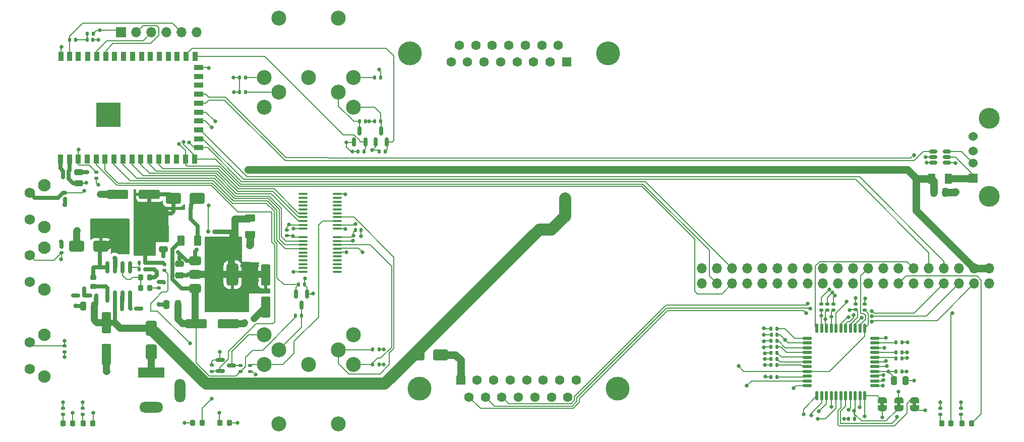
<source format=gbr>
%TF.GenerationSoftware,KiCad,Pcbnew,8.0.6*%
%TF.CreationDate,2024-10-18T08:00:21+02:00*%
%TF.ProjectId,key800,6b657938-3030-42e6-9b69-6361645f7063,1.06*%
%TF.SameCoordinates,Original*%
%TF.FileFunction,Copper,L1,Top*%
%TF.FilePolarity,Positive*%
%FSLAX46Y46*%
G04 Gerber Fmt 4.6, Leading zero omitted, Abs format (unit mm)*
G04 Created by KiCad (PCBNEW 8.0.6) date 2024-10-18 08:00:21*
%MOMM*%
%LPD*%
G01*
G04 APERTURE LIST*
G04 Aperture macros list*
%AMRoundRect*
0 Rectangle with rounded corners*
0 $1 Rounding radius*
0 $2 $3 $4 $5 $6 $7 $8 $9 X,Y pos of 4 corners*
0 Add a 4 corners polygon primitive as box body*
4,1,4,$2,$3,$4,$5,$6,$7,$8,$9,$2,$3,0*
0 Add four circle primitives for the rounded corners*
1,1,$1+$1,$2,$3*
1,1,$1+$1,$4,$5*
1,1,$1+$1,$6,$7*
1,1,$1+$1,$8,$9*
0 Add four rect primitives between the rounded corners*
20,1,$1+$1,$2,$3,$4,$5,0*
20,1,$1+$1,$4,$5,$6,$7,0*
20,1,$1+$1,$6,$7,$8,$9,0*
20,1,$1+$1,$8,$9,$2,$3,0*%
%AMFreePoly0*
4,1,19,0.500000,-0.750000,0.000000,-0.750000,0.000000,-0.744911,-0.071157,-0.744911,-0.207708,-0.704816,-0.327430,-0.627875,-0.420627,-0.520320,-0.479746,-0.390866,-0.500000,-0.250000,-0.500000,0.250000,-0.479746,0.390866,-0.420627,0.520320,-0.327430,0.627875,-0.207708,0.704816,-0.071157,0.744911,0.000000,0.744911,0.000000,0.750000,0.500000,0.750000,0.500000,-0.750000,0.500000,-0.750000,
$1*%
%AMFreePoly1*
4,1,19,0.000000,0.744911,0.071157,0.744911,0.207708,0.704816,0.327430,0.627875,0.420627,0.520320,0.479746,0.390866,0.500000,0.250000,0.500000,-0.250000,0.479746,-0.390866,0.420627,-0.520320,0.327430,-0.627875,0.207708,-0.704816,0.071157,-0.744911,0.000000,-0.744911,0.000000,-0.750000,-0.500000,-0.750000,-0.500000,0.750000,0.000000,0.750000,0.000000,0.744911,0.000000,0.744911,
$1*%
G04 Aperture macros list end*
%TA.AperFunction,EtchedComponent*%
%ADD10C,0.000000*%
%TD*%
%TA.AperFunction,SMDPad,CuDef*%
%ADD11FreePoly0,270.000000*%
%TD*%
%TA.AperFunction,SMDPad,CuDef*%
%ADD12FreePoly1,270.000000*%
%TD*%
%TA.AperFunction,SMDPad,CuDef*%
%ADD13FreePoly0,90.000000*%
%TD*%
%TA.AperFunction,SMDPad,CuDef*%
%ADD14FreePoly1,90.000000*%
%TD*%
%TA.AperFunction,SMDPad,CuDef*%
%ADD15RoundRect,0.250000X-0.250000X-0.475000X0.250000X-0.475000X0.250000X0.475000X-0.250000X0.475000X0*%
%TD*%
%TA.AperFunction,SMDPad,CuDef*%
%ADD16RoundRect,0.140000X0.170000X-0.140000X0.170000X0.140000X-0.170000X0.140000X-0.170000X-0.140000X0*%
%TD*%
%TA.AperFunction,SMDPad,CuDef*%
%ADD17RoundRect,0.140000X0.140000X0.170000X-0.140000X0.170000X-0.140000X-0.170000X0.140000X-0.170000X0*%
%TD*%
%TA.AperFunction,SMDPad,CuDef*%
%ADD18RoundRect,0.135000X0.185000X-0.135000X0.185000X0.135000X-0.185000X0.135000X-0.185000X-0.135000X0*%
%TD*%
%TA.AperFunction,ComponentPad*%
%ADD19C,2.100000*%
%TD*%
%TA.AperFunction,ComponentPad*%
%ADD20C,1.750000*%
%TD*%
%TA.AperFunction,SMDPad,CuDef*%
%ADD21RoundRect,0.137500X0.137500X-0.600000X0.137500X0.600000X-0.137500X0.600000X-0.137500X-0.600000X0*%
%TD*%
%TA.AperFunction,SMDPad,CuDef*%
%ADD22RoundRect,0.137500X0.600000X-0.137500X0.600000X0.137500X-0.600000X0.137500X-0.600000X-0.137500X0*%
%TD*%
%TA.AperFunction,ComponentPad*%
%ADD23O,1.700000X1.700000*%
%TD*%
%TA.AperFunction,SMDPad,CuDef*%
%ADD24RoundRect,0.135000X0.135000X0.185000X-0.135000X0.185000X-0.135000X-0.185000X0.135000X-0.185000X0*%
%TD*%
%TA.AperFunction,SMDPad,CuDef*%
%ADD25RoundRect,0.218750X-0.218750X-0.256250X0.218750X-0.256250X0.218750X0.256250X-0.218750X0.256250X0*%
%TD*%
%TA.AperFunction,SMDPad,CuDef*%
%ADD26RoundRect,0.250000X-0.550000X1.500000X-0.550000X-1.500000X0.550000X-1.500000X0.550000X1.500000X0*%
%TD*%
%TA.AperFunction,SMDPad,CuDef*%
%ADD27RoundRect,0.140000X-0.140000X-0.170000X0.140000X-0.170000X0.140000X0.170000X-0.140000X0.170000X0*%
%TD*%
%TA.AperFunction,SMDPad,CuDef*%
%ADD28RoundRect,0.250000X-1.500000X-0.550000X1.500000X-0.550000X1.500000X0.550000X-1.500000X0.550000X0*%
%TD*%
%TA.AperFunction,SMDPad,CuDef*%
%ADD29RoundRect,0.250000X0.250000X0.475000X-0.250000X0.475000X-0.250000X-0.475000X0.250000X-0.475000X0*%
%TD*%
%TA.AperFunction,SMDPad,CuDef*%
%ADD30RoundRect,0.225000X-0.225000X-0.250000X0.225000X-0.250000X0.225000X0.250000X-0.225000X0.250000X0*%
%TD*%
%TA.AperFunction,SMDPad,CuDef*%
%ADD31RoundRect,0.225000X-0.250000X0.225000X-0.250000X-0.225000X0.250000X-0.225000X0.250000X0.225000X0*%
%TD*%
%TA.AperFunction,SMDPad,CuDef*%
%ADD32RoundRect,0.250000X0.475000X-0.250000X0.475000X0.250000X-0.475000X0.250000X-0.475000X-0.250000X0*%
%TD*%
%TA.AperFunction,SMDPad,CuDef*%
%ADD33RoundRect,0.250000X1.500000X0.550000X-1.500000X0.550000X-1.500000X-0.550000X1.500000X-0.550000X0*%
%TD*%
%TA.AperFunction,SMDPad,CuDef*%
%ADD34RoundRect,0.250000X1.000000X0.650000X-1.000000X0.650000X-1.000000X-0.650000X1.000000X-0.650000X0*%
%TD*%
%TA.AperFunction,SMDPad,CuDef*%
%ADD35RoundRect,0.218750X0.218750X0.256250X-0.218750X0.256250X-0.218750X-0.256250X0.218750X-0.256250X0*%
%TD*%
%TA.AperFunction,ComponentPad*%
%ADD36R,1.700000X1.700000*%
%TD*%
%TA.AperFunction,SMDPad,CuDef*%
%ADD37RoundRect,0.150000X-0.150000X0.587500X-0.150000X-0.587500X0.150000X-0.587500X0.150000X0.587500X0*%
%TD*%
%TA.AperFunction,SMDPad,CuDef*%
%ADD38RoundRect,0.150000X0.150000X-0.587500X0.150000X0.587500X-0.150000X0.587500X-0.150000X-0.587500X0*%
%TD*%
%TA.AperFunction,SMDPad,CuDef*%
%ADD39RoundRect,0.135000X-0.135000X-0.185000X0.135000X-0.185000X0.135000X0.185000X-0.135000X0.185000X0*%
%TD*%
%TA.AperFunction,SMDPad,CuDef*%
%ADD40RoundRect,0.135000X-0.185000X0.135000X-0.185000X-0.135000X0.185000X-0.135000X0.185000X0.135000X0*%
%TD*%
%TA.AperFunction,SMDPad,CuDef*%
%ADD41RoundRect,0.100000X-0.637500X-0.100000X0.637500X-0.100000X0.637500X0.100000X-0.637500X0.100000X0*%
%TD*%
%TA.AperFunction,SMDPad,CuDef*%
%ADD42RoundRect,0.100000X0.637500X0.100000X-0.637500X0.100000X-0.637500X-0.100000X0.637500X-0.100000X0*%
%TD*%
%TA.AperFunction,SMDPad,CuDef*%
%ADD43RoundRect,0.150000X0.150000X-0.825000X0.150000X0.825000X-0.150000X0.825000X-0.150000X-0.825000X0*%
%TD*%
%TA.AperFunction,SMDPad,CuDef*%
%ADD44RoundRect,0.250000X-1.000000X-0.650000X1.000000X-0.650000X1.000000X0.650000X-1.000000X0.650000X0*%
%TD*%
%TA.AperFunction,SMDPad,CuDef*%
%ADD45RoundRect,0.250000X0.625000X-0.375000X0.625000X0.375000X-0.625000X0.375000X-0.625000X-0.375000X0*%
%TD*%
%TA.AperFunction,SMDPad,CuDef*%
%ADD46R,0.900000X1.500000*%
%TD*%
%TA.AperFunction,SMDPad,CuDef*%
%ADD47R,1.500000X0.900000*%
%TD*%
%TA.AperFunction,SMDPad,CuDef*%
%ADD48R,4.100000X4.100000*%
%TD*%
%TA.AperFunction,SMDPad,CuDef*%
%ADD49R,1.500000X2.400000*%
%TD*%
%TA.AperFunction,SMDPad,CuDef*%
%ADD50RoundRect,0.250000X-0.650000X1.000000X-0.650000X-1.000000X0.650000X-1.000000X0.650000X1.000000X0*%
%TD*%
%TA.AperFunction,ComponentPad*%
%ADD51C,4.000000*%
%TD*%
%TA.AperFunction,ComponentPad*%
%ADD52R,1.600000X1.600000*%
%TD*%
%TA.AperFunction,ComponentPad*%
%ADD53C,1.600000*%
%TD*%
%TA.AperFunction,SMDPad,CuDef*%
%ADD54RoundRect,0.250000X-0.475000X0.250000X-0.475000X-0.250000X0.475000X-0.250000X0.475000X0.250000X0*%
%TD*%
%TA.AperFunction,SMDPad,CuDef*%
%ADD55RoundRect,0.250000X-0.375000X-0.625000X0.375000X-0.625000X0.375000X0.625000X-0.375000X0.625000X0*%
%TD*%
%TA.AperFunction,SMDPad,CuDef*%
%ADD56RoundRect,0.375000X-0.625000X-0.375000X0.625000X-0.375000X0.625000X0.375000X-0.625000X0.375000X0*%
%TD*%
%TA.AperFunction,SMDPad,CuDef*%
%ADD57RoundRect,0.500000X-0.500000X-1.400000X0.500000X-1.400000X0.500000X1.400000X-0.500000X1.400000X0*%
%TD*%
%TA.AperFunction,ComponentPad*%
%ADD58C,2.500000*%
%TD*%
%TA.AperFunction,SMDPad,CuDef*%
%ADD59RoundRect,0.150000X-0.587500X-0.150000X0.587500X-0.150000X0.587500X0.150000X-0.587500X0.150000X0*%
%TD*%
%TA.AperFunction,ComponentPad*%
%ADD60R,4.400000X1.800000*%
%TD*%
%TA.AperFunction,ComponentPad*%
%ADD61O,4.000000X1.800000*%
%TD*%
%TA.AperFunction,ComponentPad*%
%ADD62O,1.800000X4.000000*%
%TD*%
%TA.AperFunction,ComponentPad*%
%ADD63R,1.524000X1.524000*%
%TD*%
%TA.AperFunction,ComponentPad*%
%ADD64C,1.524000*%
%TD*%
%TA.AperFunction,ComponentPad*%
%ADD65C,3.500000*%
%TD*%
%TA.AperFunction,SMDPad,CuDef*%
%ADD66RoundRect,0.150000X-0.512500X-0.150000X0.512500X-0.150000X0.512500X0.150000X-0.512500X0.150000X0*%
%TD*%
%TA.AperFunction,ViaPad*%
%ADD67C,0.660400*%
%TD*%
%TA.AperFunction,Conductor*%
%ADD68C,0.203200*%
%TD*%
%TA.AperFunction,Conductor*%
%ADD69C,0.635000*%
%TD*%
%TA.AperFunction,Conductor*%
%ADD70C,2.000000*%
%TD*%
%TA.AperFunction,Conductor*%
%ADD71C,0.700000*%
%TD*%
%TA.AperFunction,Conductor*%
%ADD72C,1.270000*%
%TD*%
%TA.AperFunction,Conductor*%
%ADD73C,1.143000*%
%TD*%
%TA.AperFunction,Conductor*%
%ADD74C,0.762000*%
%TD*%
%TA.AperFunction,Conductor*%
%ADD75C,1.000000*%
%TD*%
%TA.AperFunction,Conductor*%
%ADD76C,0.200000*%
%TD*%
G04 APERTURE END LIST*
D10*
%TA.AperFunction,EtchedComponent*%
%TO.C,JP2*%
G36*
X100409500Y-75164500D02*
G01*
X99809500Y-75164500D01*
X99809500Y-74664500D01*
X100409500Y-74664500D01*
X100409500Y-75164500D01*
G37*
%TD.AperFunction*%
%TA.AperFunction,EtchedComponent*%
%TO.C,JP1*%
G36*
X103203500Y-75164500D02*
G01*
X102603500Y-75164500D01*
X102603500Y-74664500D01*
X103203500Y-74664500D01*
X103203500Y-75164500D01*
G37*
%TD.AperFunction*%
%TA.AperFunction,EtchedComponent*%
%TO.C,JP4*%
G36*
X105807000Y-75164500D02*
G01*
X105207000Y-75164500D01*
X105207000Y-74664500D01*
X105807000Y-74664500D01*
X105807000Y-75164500D01*
G37*
%TD.AperFunction*%
%TD*%
D11*
%TO.P,JP2,1,A*%
%TO.N,/GPIO20_sp_clk*%
X100109500Y-74264500D03*
D12*
%TO.P,JP2,2,B*%
%TO.N,/SPCLK*%
X100109500Y-75564500D03*
%TD*%
D13*
%TO.P,JP1,1,A*%
%TO.N,/GPIO0_sp_data*%
X102903500Y-75564500D03*
D14*
%TO.P,JP1,2,B*%
%TO.N,/SPDATA*%
X102903500Y-74264500D03*
%TD*%
D13*
%TO.P,JP4,1,A*%
%TO.N,/GPIO1_sp_clken*%
X105507000Y-75564500D03*
D14*
%TO.P,JP4,2,B*%
%TO.N,/CLKEN*%
X105507000Y-74264500D03*
%TD*%
D15*
%TO.P,C1,1*%
%TO.N,+3V3*%
X102080500Y-70914000D03*
%TO.P,C1,2*%
%TO.N,GND*%
X103980500Y-70914000D03*
%TD*%
D16*
%TO.P,C2,1*%
%TO.N,+3V3*%
X95664500Y-59011500D03*
%TO.P,C2,2*%
%TO.N,GND*%
X95664500Y-58051500D03*
%TD*%
D17*
%TO.P,C3,1*%
%TO.N,+3V3*%
X82456500Y-63230500D03*
%TO.P,C3,2*%
%TO.N,GND*%
X81496500Y-63230500D03*
%TD*%
D18*
%TO.P,R1,1*%
%TO.N,+3V3*%
X-37241000Y-66090000D03*
%TO.P,R1,2*%
%TO.N,BTN1*%
X-37241000Y-65070000D03*
%TD*%
%TO.P,R4,1*%
%TO.N,Net-(D1-K)*%
X113350000Y-76610000D03*
%TO.P,R4,2*%
%TO.N,GND*%
X113350000Y-75590000D03*
%TD*%
%TO.P,R5,1*%
%TO.N,Net-(D2-K)*%
X109850000Y-76610000D03*
%TO.P,R5,2*%
%TO.N,GND*%
X109850000Y-75590000D03*
%TD*%
D19*
%TO.P,SW1,*%
%TO.N,*%
X-40593000Y-70259000D03*
X-40593000Y-63249000D03*
D20*
%TO.P,SW1,1,A*%
%TO.N,GND*%
X-43083000Y-69009000D03*
%TO.P,SW1,2,B*%
%TO.N,BTN1*%
X-43083000Y-64509000D03*
%TD*%
D21*
%TO.P,U1,1,F1M14/GCK3*%
%TO.N,/GPIO13_Q11*%
X89147500Y-73453000D03*
%TO.P,U1,2,F1M15*%
%TO.N,/GPIO6_Q04*%
X89947500Y-73453000D03*
%TO.P,U1,3,F1M17*%
%TO.N,/GPIO12_Q10*%
X90747500Y-73453000D03*
%TO.P,U1,4,GND*%
%TO.N,GND*%
X91547500Y-73453000D03*
%TO.P,U1,5,F3M2*%
%TO.N,/GPIO5_Q03*%
X92347500Y-73453000D03*
%TO.P,U1,6,F3M5*%
%TO.N,/CLKEN*%
X93147500Y-73453000D03*
%TO.P,U1,7,F3M8*%
%TO.N,/SPDATA*%
X93947500Y-73453000D03*
%TO.P,U1,8,F3M9*%
%TO.N,/GPIO7_Q05*%
X94747500Y-73453000D03*
%TO.P,U1,9,TDI*%
%TO.N,/GPIO0_sp_data*%
X95547500Y-73453000D03*
%TO.P,U1,10,TMS*%
%TO.N,/GPIO1_sp_clken*%
X96347500Y-73453000D03*
%TO.P,U1,11,TCK*%
%TO.N,/GPIO20_sp_clk*%
X97147500Y-73453000D03*
D22*
%TO.P,U1,12,F3M11*%
%TO.N,/GPIO8_Q06*%
X98810000Y-71790500D03*
%TO.P,U1,13,F3M14*%
%TO.N,/GPIO11_Q09*%
X98810000Y-70990500D03*
%TO.P,U1,14,F3M15*%
%TO.N,/GPIO9_Q07*%
X98810000Y-70190500D03*
%TO.P,U1,15,VCCINT*%
%TO.N,+3V3*%
X98810000Y-69390500D03*
%TO.P,U1,16,F3M17*%
%TO.N,/GPIO10_Q08*%
X98810000Y-68590500D03*
%TO.P,U1,17,GND*%
%TO.N,GND*%
X98810000Y-67790500D03*
%TO.P,U1,18,F3M16*%
%TO.N,/B0*%
X98810000Y-66990500D03*
%TO.P,U1,19,F4M2*%
%TO.N,/DETECT*%
X98810000Y-66190500D03*
%TO.P,U1,20,F4M5*%
%TO.N,/GPIO23_csync*%
X98810000Y-65390500D03*
%TO.P,U1,21,F4M8*%
%TO.N,/R0*%
X98810000Y-64590500D03*
%TO.P,U1,22,F4M11*%
%TO.N,/GPIO17_psync*%
X98810000Y-63790500D03*
D21*
%TO.P,U1,23,F4M14*%
%TO.N,/SYNC*%
X97147500Y-62128000D03*
%TO.P,U1,24,TDO*%
%TO.N,/GPIO24_mux*%
X96347500Y-62128000D03*
%TO.P,U1,25,GND*%
%TO.N,GND*%
X95547500Y-62128000D03*
%TO.P,U1,26,VCCIO*%
%TO.N,+3V3*%
X94747500Y-62128000D03*
%TO.P,U1,27,F4M15*%
%TO.N,/GPIO4_Q02*%
X93947500Y-62128000D03*
%TO.P,U1,28,F4M17*%
%TO.N,/GPIO3_Q01*%
X93147500Y-62128000D03*
%TO.P,U1,29,F2M2*%
%TO.N,/GPIO2_Q00*%
X92347500Y-62128000D03*
%TO.P,U1,30,F2M5*%
%TO.N,/B3*%
X91547500Y-62128000D03*
%TO.P,U1,31,F2M6*%
%TO.N,/G3*%
X90747500Y-62128000D03*
%TO.P,U1,32,F2M8*%
%TO.N,/R3*%
X89947500Y-62128000D03*
%TO.P,U1,33,F2M9/GSR*%
%TO.N,/GPIO18_Version*%
X89147500Y-62128000D03*
D22*
%TO.P,U1,34,F2M11/GTS2*%
%TO.N,/R2*%
X87485000Y-63790500D03*
%TO.P,U1,35,VCCINT*%
%TO.N,+3V3*%
X87485000Y-64590500D03*
%TO.P,U1,36,F2M14/GTS1*%
%TO.N,/G2*%
X87485000Y-65390500D03*
%TO.P,U1,37,F2M15*%
%TO.N,/B2*%
X87485000Y-66190500D03*
%TO.P,U1,38,F2M17*%
%TO.N,/B1*%
X87485000Y-66990500D03*
%TO.P,U1,39,F1M2*%
%TO.N,/R1*%
X87485000Y-67790500D03*
%TO.P,U1,40,F1M5*%
%TO.N,/G1*%
X87485000Y-68590500D03*
%TO.P,U1,41,F1M6*%
%TO.N,/SYNC*%
X87485000Y-69390500D03*
%TO.P,U1,42,F1M8*%
%TO.N,/G0*%
X87485000Y-70190500D03*
%TO.P,U1,43,F1M9/GCK1*%
%TO.N,/GPIO21_clk*%
X87485000Y-70990500D03*
%TO.P,U1,44,F1M11/GCK2*%
%TO.N,/SPCLK*%
X87485000Y-71790500D03*
%TD*%
D23*
%TO.P,P1,1,Pin_1*%
%TO.N,+3V3*%
X118100000Y-54600000D03*
%TO.P,P1,2,Pin_2*%
%TO.N,+5V*%
X118100000Y-52060000D03*
%TO.P,P1,3,Pin_3*%
%TO.N,/GPIO2_Q00*%
X115560000Y-54600000D03*
%TO.P,P1,4,Pin_4*%
%TO.N,+5V*%
X115560000Y-52060000D03*
%TO.P,P1,5,Pin_5*%
%TO.N,/GPIO3_Q01*%
X113020000Y-54600000D03*
%TO.P,P1,6,Pin_6*%
%TO.N,GND*%
X113020000Y-52060000D03*
%TO.P,P1,7,Pin_7*%
%TO.N,/GPIO4_Q02*%
X110480000Y-54600000D03*
%TO.P,P1,8,Pin_8*%
%TO.N,PI_TxD*%
X110480000Y-52060000D03*
%TO.P,P1,9,Pin_9*%
%TO.N,GND*%
X107940000Y-54600000D03*
%TO.P,P1,10,Pin_10*%
%TO.N,PI_RxD*%
X107940000Y-52060000D03*
%TO.P,P1,11,Pin_11*%
%TO.N,/GPIO17_psync*%
X105400000Y-54600000D03*
%TO.P,P1,12,Pin_12*%
%TO.N,/GPIO18_Version*%
X105400000Y-52060000D03*
%TO.P,P1,13,Pin_13*%
%TO.N,/GPIO27_genlock*%
X102860000Y-54600000D03*
%TO.P,P1,14,Pin_14*%
%TO.N,GND*%
X102860000Y-52060000D03*
%TO.P,P1,15,Pin_15*%
%TO.N,/GPIO22_analog*%
X100320000Y-54600000D03*
%TO.P,P1,16,Pin_16*%
%TO.N,/GPIO23_csync*%
X100320000Y-52060000D03*
%TO.P,P1,17,Pin_17*%
%TO.N,+3V3*%
X97780000Y-54600000D03*
%TO.P,P1,18,Pin_18*%
%TO.N,/GPIO24_mux*%
X97780000Y-52060000D03*
%TO.P,P1,19,Pin_19*%
%TO.N,/GPIO10_Q08*%
X95240000Y-54600000D03*
%TO.P,P1,20,Pin_20*%
%TO.N,GND*%
X95240000Y-52060000D03*
%TO.P,P1,21,Pin_21*%
%TO.N,/GPIO9_Q07*%
X92700000Y-54600000D03*
%TO.P,P1,22,Pin_22*%
%TO.N,/GPIO25_mode7*%
X92700000Y-52060000D03*
%TO.P,P1,23,Pin_23*%
%TO.N,/GPIO11_Q09*%
X90160000Y-54600000D03*
%TO.P,P1,24,Pin_24*%
%TO.N,/GPIO8_Q06*%
X90160000Y-52060000D03*
%TO.P,P1,25,Pin_25*%
%TO.N,GND*%
X87620000Y-54600000D03*
%TO.P,P1,26,Pin_26*%
%TO.N,/GPIO7_Q05*%
X87620000Y-52060000D03*
%TO.P,P1,27,Pin_27*%
%TO.N,/GPIO0_sp_data*%
X85080000Y-54600000D03*
%TO.P,P1,28,Pin_28*%
%TO.N,/GPIO1_sp_clken*%
X85080000Y-52060000D03*
%TO.P,P1,29,Pin_29*%
%TO.N,/GPIO5_Q03*%
X82540000Y-54600000D03*
%TO.P,P1,30,Pin_30*%
%TO.N,GND*%
X82540000Y-52060000D03*
%TO.P,P1,31,Pin_31*%
%TO.N,/GPIO6_Q04*%
X80000000Y-54600000D03*
%TO.P,P1,32,Pin_32*%
%TO.N,/GPIO12_Q10*%
X80000000Y-52060000D03*
%TO.P,P1,33,Pin_33*%
%TO.N,/GPIO13_Q11*%
X77460000Y-54600000D03*
%TO.P,P1,34,Pin_34*%
%TO.N,GND*%
X77460000Y-52060000D03*
%TO.P,P1,35,Pin_35*%
%TO.N,BTN3*%
X74920000Y-54600000D03*
%TO.P,P1,36,Pin_36*%
%TO.N,BTN1*%
X74920000Y-52060000D03*
%TO.P,P1,37,Pin_37*%
%TO.N,BTN2*%
X72380000Y-54600000D03*
%TO.P,P1,38,Pin_38*%
%TO.N,/GPIO20_sp_clk*%
X72380000Y-52060000D03*
%TO.P,P1,39,Pin_39*%
%TO.N,GND*%
X69840000Y-54600000D03*
%TO.P,P1,40,Pin_40*%
%TO.N,/GPIO21_clk*%
X69840000Y-52060000D03*
%TD*%
D24*
%TO.P,R7,1*%
%TO.N,/GPIO0_sp_data*%
X95476000Y-77391000D03*
%TO.P,R7,2*%
%TO.N,GND*%
X94456000Y-77391000D03*
%TD*%
D25*
%TO.P,D1,1,K*%
%TO.N,Net-(D1-K)*%
X113523500Y-78099040D03*
%TO.P,D1,2,A*%
%TO.N,/GPIO27_genlock*%
X115098500Y-78099040D03*
%TD*%
%TO.P,D2,1,K*%
%TO.N,Net-(D2-K)*%
X110062500Y-78099040D03*
%TO.P,D2,2,A*%
%TO.N,/GPIO25_mode7*%
X111637500Y-78099040D03*
%TD*%
D26*
%TO.P,C6,1*%
%TO.N,+24V*%
X-30150000Y-61150000D03*
%TO.P,C6,2*%
%TO.N,GND*%
X-30150000Y-66550000D03*
%TD*%
D27*
%TO.P,C8,1*%
%TO.N,Net-(C8-Pad1)*%
X-33403000Y-13637000D03*
%TO.P,C8,2*%
%TO.N,GND*%
X-32443000Y-13637000D03*
%TD*%
D28*
%TO.P,C9,1*%
%TO.N,+5V*%
X-15100000Y-61350000D03*
%TO.P,C9,2*%
%TO.N,GND*%
X-9700000Y-61350000D03*
%TD*%
D29*
%TO.P,C10,1*%
%TO.N,+24V*%
X-32200000Y-58350000D03*
%TO.P,C10,2*%
%TO.N,GND*%
X-34100000Y-58350000D03*
%TD*%
%TO.P,C12,1*%
%TO.N,+5V*%
X-18200000Y-58100000D03*
%TO.P,C12,2*%
%TO.N,GND*%
X-20100000Y-58100000D03*
%TD*%
D27*
%TO.P,C13,1*%
%TO.N,Net-(U6-SS)*%
X-26130000Y-58850000D03*
%TO.P,C13,2*%
%TO.N,GND*%
X-25170000Y-58850000D03*
%TD*%
D30*
%TO.P,C16,1*%
%TO.N,Net-(U6-COMP)*%
X-24425000Y-55350000D03*
%TO.P,C16,2*%
%TO.N,Net-(C16-Pad2)*%
X-22875000Y-55350000D03*
%TD*%
D31*
%TO.P,C19,1*%
%TO.N,Net-(D4-K)*%
X-32400000Y-53575000D03*
%TO.P,C19,2*%
%TO.N,Net-(U6-BOOT)*%
X-32400000Y-55125000D03*
%TD*%
D30*
%TO.P,C22,1*%
%TO.N,Net-(U6-COMP)*%
X-24425000Y-53600000D03*
%TO.P,C22,2*%
%TO.N,GND*%
X-22875000Y-53600000D03*
%TD*%
D32*
%TO.P,C27,1*%
%TO.N,Net-(U7-VO)*%
X-17873500Y-53195000D03*
%TO.P,C27,2*%
%TO.N,GND*%
X-17873500Y-51295000D03*
%TD*%
D33*
%TO.P,C28,1*%
%TO.N,Net-(D10-A)*%
X-22950000Y-39600000D03*
%TO.P,C28,2*%
%TO.N,GND*%
X-28350000Y-39600000D03*
%TD*%
D26*
%TO.P,C30,1*%
%TO.N,Net-(U7-VO)*%
X-3400000Y-53150000D03*
%TO.P,C30,2*%
%TO.N,GND*%
X-3400000Y-58550000D03*
%TD*%
D32*
%TO.P,C54,1*%
%TO.N,+3V3*%
X-34828000Y-37767000D03*
%TO.P,C54,2*%
%TO.N,GND*%
X-34828000Y-35867000D03*
%TD*%
D17*
%TO.P,C55,1*%
%TO.N,+3V3*%
X-36507000Y-35671500D03*
%TO.P,C55,2*%
%TO.N,GND*%
X-37467000Y-35671500D03*
%TD*%
D25*
%TO.P,D3,1,K*%
%TO.N,Net-(D3-K)*%
X-34091500Y-78153000D03*
%TO.P,D3,2,A*%
%TO.N,Net-(D3-A)*%
X-32516500Y-78153000D03*
%TD*%
D34*
%TO.P,D4,1,K*%
%TO.N,Net-(D4-K)*%
X-31150000Y-48350000D03*
%TO.P,D4,2,A*%
%TO.N,GND*%
X-35150000Y-48350000D03*
%TD*%
D35*
%TO.P,D7,1,K*%
%TO.N,GND*%
X-9529500Y-78026000D03*
%TO.P,D7,2,A*%
%TO.N,Net-(D7-A)*%
X-11104500Y-78026000D03*
%TD*%
D25*
%TO.P,D9,1,K*%
%TO.N,GND*%
X-15676500Y-78026000D03*
%TO.P,D9,2,A*%
%TO.N,Net-(D9-A)*%
X-14101500Y-78026000D03*
%TD*%
D34*
%TO.P,D10,1,K*%
%TO.N,Net-(D10-K)*%
X-14921000Y-40307000D03*
%TO.P,D10,2,A*%
%TO.N,Net-(D10-A)*%
X-18921000Y-40307000D03*
%TD*%
D36*
%TO.P,J3,1,Pin_1*%
%TO.N,+3V3*%
X-27716000Y-12367000D03*
D23*
%TO.P,J3,2,Pin_2*%
%TO.N,ESP32_TXD*%
X-25176000Y-12367000D03*
%TO.P,J3,3,Pin_3*%
%TO.N,ESP32_RXD*%
X-22636000Y-12367000D03*
%TO.P,J3,4,Pin_4*%
%TO.N,ESP32_IO0*%
X-20096000Y-12367000D03*
%TO.P,J3,5,Pin_5*%
%TO.N,ESP32_EN*%
X-17556000Y-12367000D03*
%TO.P,J3,6,Pin_6*%
%TO.N,GND*%
X-15016000Y-12367000D03*
%TD*%
D37*
%TO.P,Q2,1,G*%
%TO.N,+3V3*%
X3523500Y-56387500D03*
%TO.P,Q2,2,S*%
%TO.N,/Keyboard/KD_IN*%
X1623500Y-56387500D03*
%TO.P,Q2,3,D*%
%TO.N,Net-(Q2-D)*%
X2573500Y-58262500D03*
%TD*%
D38*
%TO.P,Q3,1,G*%
%TO.N,+3V3*%
X15022000Y-30830500D03*
%TO.P,Q3,2,S*%
%TO.N,/Keyboard/RESET_OUT*%
X16922000Y-30830500D03*
%TO.P,Q3,3,D*%
%TO.N,Net-(Q3-D)*%
X15972000Y-28955500D03*
%TD*%
%TO.P,Q4,1,G*%
%TO.N,+3V3*%
X11402500Y-30830500D03*
%TO.P,Q4,2,S*%
%TO.N,/Keyboard/KD_OUT*%
X13302500Y-30830500D03*
%TO.P,Q4,3,D*%
%TO.N,Net-(Q4-D)*%
X12352500Y-28955500D03*
%TD*%
D39*
%TO.P,R2,1*%
%TO.N,GND*%
X81438500Y-68310500D03*
%TO.P,R2,2*%
%TO.N,/G1*%
X82458500Y-68310500D03*
%TD*%
D24*
%TO.P,R8,1*%
%TO.N,+3V3*%
X3083500Y-54785000D03*
%TO.P,R8,2*%
%TO.N,/Keyboard/KD_IN*%
X2063500Y-54785000D03*
%TD*%
D39*
%TO.P,R9,1*%
%TO.N,+3V3*%
X15589000Y-32433000D03*
%TO.P,R9,2*%
%TO.N,/Keyboard/RESET_OUT*%
X16609000Y-32433000D03*
%TD*%
%TO.P,R10,1*%
%TO.N,+3V3*%
X12033000Y-32433000D03*
%TO.P,R10,2*%
%TO.N,/Keyboard/KD_OUT*%
X13053000Y-32433000D03*
%TD*%
%TO.P,R12,1*%
%TO.N,+5V*%
X1555500Y-59992000D03*
%TO.P,R12,2*%
%TO.N,Net-(Q2-D)*%
X2575500Y-59992000D03*
%TD*%
%TO.P,R13,1*%
%TO.N,+5V*%
X14827000Y-27353000D03*
%TO.P,R13,2*%
%TO.N,Net-(Q3-D)*%
X15847000Y-27353000D03*
%TD*%
D24*
%TO.P,R14,1*%
%TO.N,+5V*%
X13307000Y-27353000D03*
%TO.P,R14,2*%
%TO.N,Net-(Q4-D)*%
X12287000Y-27353000D03*
%TD*%
D18*
%TO.P,R15,1*%
%TO.N,Net-(D3-K)*%
X-34150000Y-76610000D03*
%TO.P,R15,2*%
%TO.N,GND*%
X-34150000Y-75590000D03*
%TD*%
D24*
%TO.P,R16,1*%
%TO.N,Net-(C8-Pad1)*%
X-35334000Y-13637000D03*
%TO.P,R16,2*%
%TO.N,ESP32_EN*%
X-36354000Y-13637000D03*
%TD*%
%TO.P,R17,1*%
%TO.N,+3V3*%
X-32413000Y-12621000D03*
%TO.P,R17,2*%
%TO.N,Net-(C8-Pad1)*%
X-33433000Y-12621000D03*
%TD*%
D18*
%TO.P,R18,1*%
%TO.N,+3V3*%
X-31907000Y-36880000D03*
%TO.P,R18,2*%
%TO.N,ESP32_IO0*%
X-31907000Y-35860000D03*
%TD*%
D24*
%TO.P,R19,1*%
%TO.N,+24V*%
X-31890000Y-56600000D03*
%TO.P,R19,2*%
%TO.N,Net-(U6-EN)*%
X-32910000Y-56600000D03*
%TD*%
%TO.P,R20,1*%
%TO.N,Net-(U6-EN)*%
X-33890000Y-56600000D03*
%TO.P,R20,2*%
%TO.N,GND*%
X-34910000Y-56600000D03*
%TD*%
D18*
%TO.P,R25,1*%
%TO.N,Net-(C16-Pad2)*%
X-21400000Y-55360000D03*
%TO.P,R25,2*%
%TO.N,GND*%
X-21400000Y-54340000D03*
%TD*%
D39*
%TO.P,R29,1*%
%TO.N,Net-(U6-VSENSE)*%
X-24670000Y-52245000D03*
%TO.P,R29,2*%
%TO.N,GND*%
X-23650000Y-52245000D03*
%TD*%
D24*
%TO.P,R30,1*%
%TO.N,Net-(D10-A)*%
X-23640000Y-51100000D03*
%TO.P,R30,2*%
%TO.N,Net-(U6-VSENSE)*%
X-24660000Y-51100000D03*
%TD*%
D40*
%TO.P,R34,1*%
%TO.N,Net-(D10-A)*%
X-20477000Y-51354000D03*
%TO.P,R34,2*%
%TO.N,Net-(D7-A)*%
X-20477000Y-52374000D03*
%TD*%
D24*
%TO.P,R36,1*%
%TO.N,Net-(U7-VO)*%
X-12093000Y-45831500D03*
%TO.P,R36,2*%
%TO.N,Net-(D9-A)*%
X-13113000Y-45831500D03*
%TD*%
D39*
%TO.P,R37,1*%
%TO.N,GND*%
X81436500Y-70342500D03*
%TO.P,R37,2*%
%TO.N,/G0*%
X82456500Y-70342500D03*
%TD*%
D24*
%TO.P,R38,1*%
%TO.N,GND*%
X103413500Y-67167500D03*
%TO.P,R38,2*%
%TO.N,/B0*%
X102393500Y-67167500D03*
%TD*%
%TO.P,R39,1*%
%TO.N,GND*%
X103407500Y-66151500D03*
%TO.P,R39,2*%
%TO.N,/DETECT*%
X102387500Y-66151500D03*
%TD*%
D39*
%TO.P,R40,1*%
%TO.N,GND*%
X81438500Y-66278500D03*
%TO.P,R40,2*%
%TO.N,/B1*%
X82458500Y-66278500D03*
%TD*%
D24*
%TO.P,R41,1*%
%TO.N,/R2*%
X82458500Y-62214500D03*
%TO.P,R41,2*%
%TO.N,GND*%
X81438500Y-62214500D03*
%TD*%
D18*
%TO.P,R42,1*%
%TO.N,/R3*%
X89897500Y-59050500D03*
%TO.P,R42,2*%
%TO.N,GND*%
X89897500Y-58030500D03*
%TD*%
%TO.P,R43,1*%
%TO.N,/G3*%
X90902000Y-59041500D03*
%TO.P,R43,2*%
%TO.N,GND*%
X90902000Y-58021500D03*
%TD*%
%TO.P,R44,1*%
%TO.N,/B3*%
X91918000Y-59041500D03*
%TO.P,R44,2*%
%TO.N,GND*%
X91918000Y-58021500D03*
%TD*%
D24*
%TO.P,R45,1*%
%TO.N,/R1*%
X82458500Y-67294500D03*
%TO.P,R45,2*%
%TO.N,GND*%
X81438500Y-67294500D03*
%TD*%
D39*
%TO.P,R46,1*%
%TO.N,GND*%
X81438500Y-64246500D03*
%TO.P,R46,2*%
%TO.N,/G2*%
X82458500Y-64246500D03*
%TD*%
%TO.P,R47,1*%
%TO.N,GND*%
X81438500Y-65262500D03*
%TO.P,R47,2*%
%TO.N,/B2*%
X82458500Y-65262500D03*
%TD*%
D40*
%TO.P,R48,1*%
%TO.N,GND*%
X97188500Y-58021500D03*
%TO.P,R48,2*%
%TO.N,/SYNC*%
X97188500Y-59041500D03*
%TD*%
D18*
%TO.P,R50,1*%
%TO.N,+3V3*%
X-37150000Y-40360000D03*
%TO.P,R50,2*%
%TO.N,BTN2*%
X-37150000Y-39340000D03*
%TD*%
D40*
%TO.P,R51,1*%
%TO.N,+3V3*%
X-37749000Y-48433000D03*
%TO.P,R51,2*%
%TO.N,BTN3*%
X-37749000Y-49453000D03*
%TD*%
D39*
%TO.P,R52,1*%
%TO.N,/Keyboard/TRxC_IN*%
X14556000Y-65707000D03*
%TO.P,R52,2*%
%TO.N,GND*%
X15576000Y-65707000D03*
%TD*%
%TO.P,R54,1*%
%TO.N,/Keyboard/TxD_IN*%
X14556000Y-68247000D03*
%TO.P,R54,2*%
%TO.N,GND*%
X15576000Y-68247000D03*
%TD*%
%TO.P,R56,1*%
%TO.N,/Keyboard/RxD_OUT*%
X14891000Y-19987000D03*
%TO.P,R56,2*%
%TO.N,GND*%
X15911000Y-19987000D03*
%TD*%
D24*
%TO.P,R57,1*%
%TO.N,/Keyboard/TxD_OUT*%
X-6846000Y-19987000D03*
%TO.P,R57,2*%
%TO.N,GND*%
X-7866000Y-19987000D03*
%TD*%
D41*
%TO.P,U3,1,A->B*%
%TO.N,+3V3*%
X2822500Y-46780000D03*
%TO.P,U3,2,A0*%
%TO.N,/Keyboard/TxD_IN_3V3*%
X2822500Y-47430000D03*
%TO.P,U3,3,A1*%
%TO.N,/Keyboard/RxD_OUT_3V3*%
X2822500Y-48080000D03*
%TO.P,U3,4,A2*%
%TO.N,/Keyboard/TRxC_OUT_3V3*%
X2822500Y-48730000D03*
%TO.P,U3,5,A3*%
%TO.N,unconnected-(U3-A3-Pad5)*%
X2822500Y-49380000D03*
%TO.P,U3,6,A4*%
%TO.N,unconnected-(U3-A4-Pad6)*%
X2822500Y-50030000D03*
%TO.P,U3,7,A5*%
%TO.N,unconnected-(U3-A5-Pad7)*%
X2822500Y-50680000D03*
%TO.P,U3,8,A6*%
%TO.N,unconnected-(U3-A6-Pad8)*%
X2822500Y-51330000D03*
%TO.P,U3,9,A7*%
%TO.N,unconnected-(U3-A7-Pad9)*%
X2822500Y-51980000D03*
%TO.P,U3,10,GND*%
%TO.N,GND*%
X2822500Y-52630000D03*
%TO.P,U3,11,B7*%
%TO.N,unconnected-(U3-B7-Pad11)*%
X8547500Y-52630000D03*
%TO.P,U3,12,B6*%
%TO.N,unconnected-(U3-B6-Pad12)*%
X8547500Y-51980000D03*
%TO.P,U3,13,B5*%
%TO.N,unconnected-(U3-B5-Pad13)*%
X8547500Y-51330000D03*
%TO.P,U3,14,B4*%
%TO.N,unconnected-(U3-B4-Pad14)*%
X8547500Y-50680000D03*
%TO.P,U3,15,B3*%
%TO.N,unconnected-(U3-B3-Pad15)*%
X8547500Y-50030000D03*
%TO.P,U3,16,B2*%
%TO.N,/Keyboard/TRxC_OUT*%
X8547500Y-49380000D03*
%TO.P,U3,17,B1*%
%TO.N,/Keyboard/RxD_OUT*%
X8547500Y-48730000D03*
%TO.P,U3,18,B0*%
%TO.N,/Keyboard/TxD_IN*%
X8547500Y-48080000D03*
%TO.P,U3,19,CE*%
%TO.N,GND*%
X8547500Y-47430000D03*
%TO.P,U3,20,VCC*%
%TO.N,+3V3*%
X8547500Y-46780000D03*
%TD*%
D42*
%TO.P,U4,1,A->B*%
%TO.N,+3V3*%
X8547500Y-45391000D03*
%TO.P,U4,2,A0*%
%TO.N,/Keyboard/TxD_OUT*%
X8547500Y-44741000D03*
%TO.P,U4,3,A1*%
%TO.N,/Keyboard/RxD_IN*%
X8547500Y-44091000D03*
%TO.P,U4,4,A2*%
%TO.N,/Keyboard/TRxC_IN*%
X8547500Y-43441000D03*
%TO.P,U4,5,A3*%
%TO.N,unconnected-(U4-A3-Pad5)*%
X8547500Y-42791000D03*
%TO.P,U4,6,A4*%
%TO.N,unconnected-(U4-A4-Pad6)*%
X8547500Y-42141000D03*
%TO.P,U4,7,A5*%
%TO.N,unconnected-(U4-A5-Pad7)*%
X8547500Y-41491000D03*
%TO.P,U4,8,A6*%
%TO.N,unconnected-(U4-A6-Pad8)*%
X8547500Y-40841000D03*
%TO.P,U4,9,A7*%
%TO.N,unconnected-(U4-A7-Pad9)*%
X8547500Y-40191000D03*
%TO.P,U4,10,GND*%
%TO.N,GND*%
X8547500Y-39541000D03*
%TO.P,U4,11,B7*%
%TO.N,unconnected-(U4-B7-Pad11)*%
X2822500Y-39541000D03*
%TO.P,U4,12,B6*%
%TO.N,unconnected-(U4-B6-Pad12)*%
X2822500Y-40191000D03*
%TO.P,U4,13,B5*%
%TO.N,unconnected-(U4-B5-Pad13)*%
X2822500Y-40841000D03*
%TO.P,U4,14,B4*%
%TO.N,unconnected-(U4-B4-Pad14)*%
X2822500Y-41491000D03*
%TO.P,U4,15,B3*%
%TO.N,unconnected-(U4-B3-Pad15)*%
X2822500Y-42141000D03*
%TO.P,U4,16,B2*%
%TO.N,/Keyboard/TRxC_IN_3V3*%
X2822500Y-42791000D03*
%TO.P,U4,17,B1*%
%TO.N,/Keyboard/RxD_IN_3V3*%
X2822500Y-43441000D03*
%TO.P,U4,18,B0*%
%TO.N,/Keyboard/TxD_OUT_3V3*%
X2822500Y-44091000D03*
%TO.P,U4,19,CE*%
%TO.N,GND*%
X2822500Y-44741000D03*
%TO.P,U4,20,VCC*%
%TO.N,+3V3*%
X2822500Y-45391000D03*
%TD*%
D43*
%TO.P,U6,1,BOOT*%
%TO.N,Net-(U6-BOOT)*%
X-30055000Y-56825000D03*
%TO.P,U6,2,VIN*%
%TO.N,+24V*%
X-28785000Y-56825000D03*
%TO.P,U6,3,EN*%
%TO.N,Net-(U6-EN)*%
X-27515000Y-56825000D03*
%TO.P,U6,4,SS*%
%TO.N,Net-(U6-SS)*%
X-26245000Y-56825000D03*
%TO.P,U6,5,VSENSE*%
%TO.N,Net-(U6-VSENSE)*%
X-26245000Y-51875000D03*
%TO.P,U6,6,COMP*%
%TO.N,Net-(U6-COMP)*%
X-27515000Y-51875000D03*
%TO.P,U6,7,GND*%
%TO.N,GND*%
X-28785000Y-51875000D03*
%TO.P,U6,8,PH*%
%TO.N,Net-(D4-K)*%
X-30055000Y-51875000D03*
%TD*%
D44*
%TO.P,D13,1,K*%
%TO.N,+24V*%
X21941000Y-66596000D03*
%TO.P,D13,2,A*%
%TO.N,Net-(D13-A)*%
X25941000Y-66596000D03*
%TD*%
D45*
%TO.P,F2,1*%
%TO.N,+3V3*%
X-6062500Y-46406000D03*
%TO.P,F2,2*%
%TO.N,Net-(U7-VO)*%
X-6062500Y-43606000D03*
%TD*%
D46*
%TO.P,U5,1,GND*%
%TO.N,GND*%
X-37903500Y-33628500D03*
%TO.P,U5,2,3V3*%
%TO.N,+3V3*%
X-36403500Y-33628500D03*
%TO.P,U5,3,IO00*%
%TO.N,ESP32_IO0*%
X-34903500Y-33628500D03*
%TO.P,U5,4,IO01*%
%TO.N,unconnected-(U5-IO01-Pad4)*%
X-33403500Y-33628500D03*
%TO.P,U5,5,IO02*%
%TO.N,/Keyboard/RESET_IN*%
X-31903500Y-33628500D03*
%TO.P,U5,6,IO03*%
%TO.N,/Keyboard/KD_IN*%
X-30403500Y-33628500D03*
%TO.P,U5,7,IO04*%
%TO.N,/Keyboard/TRxC_OUT_3V3*%
X-28903500Y-33628500D03*
%TO.P,U5,8,IO05*%
%TO.N,/Keyboard/RxD_OUT_3V3*%
X-27403500Y-33628500D03*
%TO.P,U5,9,IO06*%
%TO.N,/Keyboard/TxD_IN_3V3*%
X-25903500Y-33628500D03*
%TO.P,U5,10,IO07*%
%TO.N,/Keyboard/TxD_OUT_3V3*%
X-24403500Y-33628500D03*
%TO.P,U5,11,IO08*%
%TO.N,/Keyboard/RxD_IN_3V3*%
X-22903500Y-33628500D03*
%TO.P,U5,12,IO09*%
%TO.N,/Keyboard/TRxC_IN_3V3*%
X-21403500Y-33628500D03*
%TO.P,U5,13,IO10*%
%TO.N,unconnected-(U5-IO10-Pad13)*%
X-19903500Y-33628500D03*
%TO.P,U5,14,IO11*%
%TO.N,unconnected-(U5-IO11-Pad14)*%
X-18403500Y-33628500D03*
%TO.P,U5,15,IO12*%
%TO.N,BTN3*%
X-16903500Y-33628500D03*
%TO.P,U5,16,IO13*%
%TO.N,BTN2*%
X-15403500Y-33628500D03*
D47*
%TO.P,U5,17,IO14*%
%TO.N,BTN1*%
X-14653500Y-31753500D03*
%TO.P,U5,18,IO15*%
%TO.N,PI_RxD*%
X-14653500Y-30253500D03*
%TO.P,U5,19,IO16*%
%TO.N,PI_TxD*%
X-14653500Y-28753500D03*
%TO.P,U5,20,IO17*%
%TO.N,Net-(D5-A)*%
X-14653500Y-27253500D03*
%TO.P,U5,21,IO18*%
%TO.N,Net-(D3-A)*%
X-14653500Y-25753500D03*
%TO.P,U5,22,USB_D-*%
%TO.N,/Keyboard/USB_D-*%
X-14653500Y-24253500D03*
%TO.P,U5,23,USB_D+*%
%TO.N,/Keyboard/USB_D+*%
X-14653500Y-22753500D03*
%TO.P,U5,24,IO21*%
%TO.N,unconnected-(U5-IO21-Pad24)*%
X-14653500Y-21253500D03*
%TO.P,U5,25,IO26*%
%TO.N,unconnected-(U5-IO26-Pad25)*%
X-14653500Y-19753500D03*
%TO.P,U5,26,GND*%
%TO.N,GND*%
X-14653500Y-18253500D03*
D46*
%TO.P,U5,27,IO33*%
%TO.N,/Keyboard/KD_OUT*%
X-15303500Y-16378500D03*
%TO.P,U5,28,IO34*%
%TO.N,/Keyboard/RESET_OUT*%
X-16803500Y-16378500D03*
%TO.P,U5,29,IO35*%
%TO.N,unconnected-(U5-IO35-Pad29)*%
X-18303500Y-16378500D03*
%TO.P,U5,30,IO36*%
%TO.N,unconnected-(U5-IO36-Pad30)*%
X-19803500Y-16378500D03*
%TO.P,U5,31,IO37*%
%TO.N,unconnected-(U5-IO37-Pad31)*%
X-21303500Y-16378500D03*
%TO.P,U5,32,IO38*%
%TO.N,unconnected-(U5-IO38-Pad32)*%
X-22803500Y-16378500D03*
%TO.P,U5,33,IO39*%
%TO.N,unconnected-(U5-IO39-Pad33)*%
X-24303500Y-16378500D03*
%TO.P,U5,34,IO40*%
%TO.N,unconnected-(U5-IO40-Pad34)*%
X-25803500Y-16378500D03*
%TO.P,U5,35,IO41*%
%TO.N,unconnected-(U5-IO41-Pad35)*%
X-27303500Y-16378500D03*
%TO.P,U5,36,IO42*%
%TO.N,unconnected-(U5-IO42-Pad36)*%
X-28803500Y-16378500D03*
%TO.P,U5,37,TXD0*%
%TO.N,ESP32_TXD*%
X-30303500Y-16378500D03*
%TO.P,U5,38,RXD0*%
%TO.N,ESP32_RXD*%
X-31803500Y-16378500D03*
%TO.P,U5,39,IO45*%
%TO.N,unconnected-(U5-IO45-Pad39)*%
X-33303500Y-16378500D03*
%TO.P,U5,40,IO46*%
%TO.N,unconnected-(U5-IO46-Pad40)*%
X-34903500Y-16378500D03*
%TO.P,U5,41,EN*%
%TO.N,ESP32_EN*%
X-36403500Y-16378500D03*
%TO.P,U5,42,GND*%
%TO.N,GND*%
X-37803500Y-16378500D03*
D48*
%TO.P,U5,43,GND*%
X-29863500Y-26193500D03*
%TD*%
D49*
%TO.P,L1,1,1*%
%TO.N,Net-(D4-K)*%
X-28400000Y-46850000D03*
%TO.P,L1,2,2*%
%TO.N,Net-(D10-A)*%
X-22900000Y-46850000D03*
%TD*%
D50*
%TO.P,D14,1,K*%
%TO.N,+24V*%
X-22650000Y-62100000D03*
%TO.P,D14,2,A*%
%TO.N,Net-(D14-A)*%
X-22650000Y-66100000D03*
%TD*%
D51*
%TO.P,J6,0,PAD*%
%TO.N,GND*%
X22352000Y-72270000D03*
X55652000Y-72270000D03*
D52*
%TO.P,J6,1,1*%
%TO.N,Net-(D13-A)*%
X29307000Y-70850000D03*
D53*
%TO.P,J6,2,2*%
%TO.N,GND*%
X32077000Y-70850000D03*
%TO.P,J6,3,3*%
%TO.N,unconnected-(J6-Pad3)*%
X34847000Y-70850000D03*
%TO.P,J6,4,4*%
%TO.N,unconnected-(J6-Pad4)*%
X37617000Y-70850000D03*
%TO.P,J6,5,5*%
%TO.N,/Video*%
X40387000Y-70850000D03*
%TO.P,J6,6,6*%
%TO.N,unconnected-(J6-Pad6)*%
X43157000Y-70850000D03*
%TO.P,J6,7,7*%
%TO.N,GND*%
X45927000Y-70850000D03*
%TO.P,J6,8,8*%
%TO.N,/SYNC*%
X48697000Y-70850000D03*
%TO.P,J6,9,P9*%
%TO.N,/B3*%
X30692000Y-73690000D03*
%TO.P,J6,10,P10*%
%TO.N,/G3*%
X33462000Y-73690000D03*
%TO.P,J6,11,P111*%
%TO.N,/R3*%
X36232000Y-73690000D03*
%TO.P,J6,12,P12*%
%TO.N,unconnected-(J6-P12-Pad12)*%
X39002000Y-73690000D03*
%TO.P,J6,13,P13*%
%TO.N,unconnected-(J6-P13-Pad13)*%
X41772000Y-73690000D03*
%TO.P,J6,14,P14*%
%TO.N,/LF*%
X44542000Y-73690000D03*
%TO.P,J6,15,P15*%
%TO.N,unconnected-(J6-P15-Pad15)*%
X47312000Y-73690000D03*
%TD*%
D19*
%TO.P,SW3,*%
%TO.N,*%
X-40593000Y-55600000D03*
X-40593000Y-48590000D03*
D20*
%TO.P,SW3,1,A*%
%TO.N,GND*%
X-43083000Y-54350000D03*
%TO.P,SW3,2,B*%
%TO.N,BTN3*%
X-43083000Y-49850000D03*
%TD*%
D19*
%TO.P,SW2,*%
%TO.N,*%
X-40593000Y-45100000D03*
X-40593000Y-38090000D03*
D20*
%TO.P,SW2,1,A*%
%TO.N,GND*%
X-43083000Y-43850000D03*
%TO.P,SW2,2,B*%
%TO.N,BTN2*%
X-43083000Y-39350000D03*
%TD*%
D54*
%TO.P,C25,1*%
%TO.N,Net-(D10-A)*%
X-20650000Y-46900000D03*
%TO.P,C25,2*%
%TO.N,GND*%
X-20650000Y-48800000D03*
%TD*%
D55*
%TO.P,F4,1*%
%TO.N,+5V*%
X-17686000Y-47419000D03*
%TO.P,F4,2*%
%TO.N,Net-(D10-K)*%
X-14886000Y-47419000D03*
%TD*%
D56*
%TO.P,U7,1,GND*%
%TO.N,GND*%
X-15300000Y-50800000D03*
%TO.P,U7,2,VO*%
%TO.N,Net-(U7-VO)*%
X-15300000Y-53100000D03*
D57*
X-9000000Y-53100000D03*
D56*
%TO.P,U7,3,VI*%
%TO.N,+5V*%
X-15300000Y-55400000D03*
%TD*%
D51*
%TO.P,J4,0,PAD*%
%TO.N,GND*%
X54042000Y-15930000D03*
X20742000Y-15930000D03*
D52*
%TO.P,J4,1,1*%
%TO.N,+24V*%
X47087000Y-17350000D03*
D53*
%TO.P,J4,2,2*%
%TO.N,GND*%
X44317000Y-17350000D03*
%TO.P,J4,3,3*%
%TO.N,unconnected-(J4-Pad3)*%
X41547000Y-17350000D03*
%TO.P,J4,4,4*%
%TO.N,unconnected-(J4-Pad4)*%
X38777000Y-17350000D03*
%TO.P,J4,5,5*%
%TO.N,/Video*%
X36007000Y-17350000D03*
%TO.P,J4,6,6*%
%TO.N,unconnected-(J4-Pad6)*%
X33237000Y-17350000D03*
%TO.P,J4,7,7*%
%TO.N,GND*%
X30467000Y-17350000D03*
%TO.P,J4,8,8*%
%TO.N,/SYNC*%
X27697000Y-17350000D03*
%TO.P,J4,9,P9*%
%TO.N,/B3*%
X45702000Y-14510000D03*
%TO.P,J4,10,P10*%
%TO.N,/G3*%
X42932000Y-14510000D03*
%TO.P,J4,11,P111*%
%TO.N,/R3*%
X40162000Y-14510000D03*
%TO.P,J4,12,P12*%
%TO.N,unconnected-(J4-P12-Pad12)*%
X37392000Y-14510000D03*
%TO.P,J4,13,P13*%
%TO.N,unconnected-(J4-P13-Pad13)*%
X34622000Y-14510000D03*
%TO.P,J4,14,P14*%
%TO.N,/LF*%
X31852000Y-14510000D03*
%TO.P,J4,15,P15*%
%TO.N,unconnected-(J4-P15-Pad15)*%
X29082000Y-14510000D03*
%TD*%
D58*
%TO.P,J1,1*%
%TO.N,/Keyboard/TxD_IN*%
X11300000Y-68231500D03*
%TO.P,J1,2*%
%TO.N,GND*%
X3800000Y-68231500D03*
%TO.P,J1,3*%
%TO.N,/Keyboard/RxD_IN*%
X-3700000Y-68231500D03*
%TO.P,J1,4*%
%TO.N,/Keyboard/TRxC_IN*%
X8800000Y-65731500D03*
%TO.P,J1,5*%
%TO.N,Net-(Q2-D)*%
X-1200000Y-65731500D03*
%TO.P,J1,6*%
%TO.N,+12V*%
X11300000Y-63231500D03*
%TO.P,J1,7*%
%TO.N,Net-(Q1-D)*%
X-3700000Y-63231500D03*
%TO.P,J1,8*%
%TO.N,N/C*%
X-1200000Y-78231500D03*
X8800000Y-78231500D03*
%TD*%
%TO.P,J2,1*%
%TO.N,/Keyboard/TxD_OUT*%
X-3702000Y-19939000D03*
%TO.P,J2,2*%
%TO.N,GND*%
X3798000Y-19939000D03*
%TO.P,J2,3*%
%TO.N,/Keyboard/RxD_OUT*%
X11298000Y-19939000D03*
%TO.P,J2,4*%
%TO.N,/Keyboard/TRxC_OUT*%
X-1202000Y-22439000D03*
%TO.P,J2,5*%
%TO.N,Net-(Q4-D)*%
X8798000Y-22439000D03*
%TO.P,J2,6*%
%TO.N,+12V*%
X-3702000Y-24939000D03*
%TO.P,J2,7*%
%TO.N,Net-(Q3-D)*%
X11298000Y-24939000D03*
%TO.P,J2,8*%
%TO.N,N/C*%
X8798000Y-9939000D03*
X-1202000Y-9939000D03*
%TD*%
D24*
%TO.P,R55,1*%
%TO.N,/Keyboard/TRxC_OUT*%
X-6846000Y-22400000D03*
%TO.P,R55,2*%
%TO.N,GND*%
X-7866000Y-22400000D03*
%TD*%
D40*
%TO.P,R53,1*%
%TO.N,/Keyboard/RxD_IN*%
X-6053000Y-68365000D03*
%TO.P,R53,2*%
%TO.N,GND*%
X-6053000Y-69385000D03*
%TD*%
D59*
%TO.P,Q1,1,G*%
%TO.N,+3V3*%
X-11054500Y-67425000D03*
%TO.P,Q1,2,S*%
%TO.N,/Keyboard/RESET_IN*%
X-11054500Y-69325000D03*
%TO.P,Q1,3,D*%
%TO.N,Net-(Q1-D)*%
X-9179500Y-68375000D03*
%TD*%
D18*
%TO.P,R11,1*%
%TO.N,+5V*%
X-7640500Y-69393000D03*
%TO.P,R11,2*%
%TO.N,Net-(Q1-D)*%
X-7640500Y-68373000D03*
%TD*%
D40*
%TO.P,R6,1*%
%TO.N,+3V3*%
X-12530000Y-68340000D03*
%TO.P,R6,2*%
%TO.N,/Keyboard/RESET_IN*%
X-12530000Y-69360000D03*
%TD*%
D60*
%TO.P,J5,1*%
%TO.N,Net-(D14-A)*%
X-22650000Y-69600000D03*
D61*
%TO.P,J5,2*%
%TO.N,GND*%
X-22650000Y-75400000D03*
D62*
%TO.P,J5,3*%
%TO.N,unconnected-(J5-Pad3)*%
X-17850000Y-72600000D03*
%TD*%
D15*
%TO.P,C5,1*%
%TO.N,+5V*%
X108756000Y-39258500D03*
%TO.P,C5,2*%
%TO.N,GND*%
X110656000Y-39258500D03*
%TD*%
D63*
%TO.P,USB1,1,VBUS*%
%TO.N,Net-(U2-VBUS)*%
X115350000Y-36850000D03*
D64*
%TO.P,USB1,2,D-*%
%TO.N,Net-(USB1-D-)*%
X115350000Y-34350000D03*
%TO.P,USB1,3,D+*%
%TO.N,Net-(USB1-D+)*%
X115350000Y-32350000D03*
%TO.P,USB1,4,GND*%
%TO.N,GND*%
X115350000Y-29850000D03*
D65*
%TO.P,USB1,5,Shield*%
X118060000Y-39920000D03*
X118060000Y-26780000D03*
%TD*%
D55*
%TO.P,F1,1*%
%TO.N,+5V*%
X108369500Y-36972500D03*
%TO.P,F1,2*%
%TO.N,Net-(U2-VBUS)*%
X111169500Y-36972500D03*
%TD*%
D66*
%TO.P,U2,1,I/O1*%
%TO.N,/Keyboard/USB_D-*%
X108695500Y-32403000D03*
%TO.P,U2,2,GND*%
%TO.N,GND*%
X108695500Y-33353000D03*
%TO.P,U2,3,I/O2*%
%TO.N,/Keyboard/USB_D+*%
X108695500Y-34303000D03*
%TO.P,U2,4,I/O2*%
%TO.N,Net-(USB1-D+)*%
X110970500Y-34303000D03*
%TO.P,U2,5,VBUS*%
%TO.N,Net-(U2-VBUS)*%
X110970500Y-33353000D03*
%TO.P,U2,6,I/O1*%
%TO.N,Net-(USB1-D-)*%
X110970500Y-32403000D03*
%TD*%
D27*
%TO.P,C7,1*%
%TO.N,+3V3*%
X11620000Y-45600000D03*
%TO.P,C7,2*%
%TO.N,GND*%
X12580000Y-45600000D03*
%TD*%
D16*
%TO.P,C11,1*%
%TO.N,+3V3*%
X100000Y-46580000D03*
%TO.P,C11,2*%
%TO.N,GND*%
X100000Y-45620000D03*
%TD*%
D24*
%TO.P,R3,1*%
%TO.N,GND*%
X103413500Y-64500500D03*
%TO.P,R3,2*%
%TO.N,/R0*%
X102393500Y-64500500D03*
%TD*%
D27*
%TO.P,C4,1*%
%TO.N,+3V3*%
X102423500Y-69390000D03*
%TO.P,C4,2*%
%TO.N,GND*%
X103383500Y-69390000D03*
%TD*%
D18*
%TO.P,R21,1*%
%TO.N,Net-(D5-K)*%
X-37495000Y-76631000D03*
%TO.P,R21,2*%
%TO.N,GND*%
X-37495000Y-75611000D03*
%TD*%
D25*
%TO.P,D5,1,K*%
%TO.N,Net-(D5-K)*%
X-37473500Y-78157000D03*
%TO.P,D5,2,A*%
%TO.N,Net-(D5-A)*%
X-35898500Y-78157000D03*
%TD*%
D67*
%TO.N,/SYNC*%
X75979500Y-68501000D03*
%TO.N,/SPDATA*%
X102840000Y-72819000D03*
X102586000Y-77010000D03*
%TO.N,/SPCLK*%
X100109500Y-77073504D03*
X85239478Y-72195022D03*
%TO.N,/R3*%
X87600000Y-57960000D03*
X89900939Y-59970488D03*
%TO.N,/G3*%
X87981000Y-58849000D03*
X90562998Y-60605498D03*
%TO.N,/B3*%
X91547500Y-60172000D03*
X87346000Y-59547500D03*
%TO.N,/GPIO25_mode7*%
X111850000Y-59600000D03*
%TO.N,/GPIO0_sp_data*%
X95409252Y-76014717D03*
%TO.N,/GPIO20_sp_clk*%
X97147500Y-76905500D03*
%TO.N,/GPIO1_sp_clken*%
X107348500Y-75930500D03*
X96263733Y-75379707D03*
%TO.N,/GPIO17_psync*%
X100744500Y-63738500D03*
%TO.N,/GPIO21_clk*%
X77376500Y-71803000D03*
%TO.N,/GPIO2_Q00*%
X98370550Y-60990285D03*
X94100000Y-57600000D03*
%TO.N,/GPIO3_Q01*%
X98347211Y-60126989D03*
X94458000Y-60246000D03*
%TO.N,/GPIO4_Q02*%
X95305888Y-59894112D03*
X98331500Y-59230000D03*
%TO.N,/GPIO10_Q08*%
X100910069Y-68458532D03*
%TO.N,/GPIO9_Q07*%
X100305520Y-69996638D03*
%TO.N,/GPIO11_Q09*%
X100253712Y-70858685D03*
%TO.N,/GPIO8_Q06*%
X100236500Y-71739500D03*
%TO.N,/GPIO7_Q05*%
X94424985Y-75859082D03*
%TO.N,/GPIO5_Q03*%
X89297432Y-77390990D03*
%TO.N,/GPIO6_Q04*%
X88147139Y-76726714D03*
%TO.N,/GPIO12_Q10*%
X89417150Y-76120978D03*
%TO.N,/GPIO13_Q11*%
X86877127Y-76556929D03*
%TO.N,/GPIO23_csync*%
X100490500Y-65389500D03*
%TO.N,GND*%
X112373000Y-39195000D03*
X107420000Y-33353000D03*
X-35336000Y-58341000D03*
X-17048000Y-78026000D03*
X91700269Y-56145728D03*
X-28351000Y-24686000D03*
X-31399000Y-24686000D03*
X-17650004Y-49850004D03*
X105443500Y-70914000D03*
X92146579Y-56643759D03*
X-24350500Y-58849000D03*
X-18150000Y-49350004D03*
X-21366000Y-58087000D03*
X109850000Y-74600000D03*
X113350000Y-74600000D03*
X100682256Y-67625510D03*
X104300500Y-67104000D03*
X80424500Y-68310500D03*
X-37467000Y-36723000D03*
X-8158000Y-78026000D03*
X16400000Y-68200000D03*
X-5400000Y-60500000D03*
X-37749000Y-14780000D03*
X482498Y-44706349D03*
X104364000Y-64500500D03*
X-35082000Y-45704500D03*
X12600000Y-46600000D03*
X95664500Y-57071000D03*
X-33431000Y-35862000D03*
X-20543600Y-54392107D03*
X-37495000Y-74597000D03*
X9931729Y-39616271D03*
X11248068Y-47419000D03*
X-31208500Y-39608500D03*
X1240000Y-52626000D03*
X91192269Y-55637728D03*
X80361000Y-66342000D03*
X-31526000Y-13637000D03*
X-28800000Y-50300000D03*
X104300500Y-66151500D03*
X104173500Y-69390000D03*
X80234000Y-62151000D03*
X-21747000Y-53197500D03*
X80234008Y-63230500D03*
X80492513Y-70274487D03*
X-5150000Y-69929720D03*
X97260199Y-57134500D03*
X80234002Y-64309998D03*
X-6951500Y-61198500D03*
X-30129000Y-69390000D03*
X-35780500Y-56626500D03*
X93721421Y-77390990D03*
X-28351000Y-27480000D03*
X96670789Y-60320865D03*
X80424500Y-67294500D03*
X91547498Y-75335803D03*
X16400000Y-65700000D03*
X-20650000Y-50005000D03*
X-31399000Y-27607000D03*
X80234000Y-65326000D03*
X-34150000Y-74600000D03*
X15600000Y-18600000D03*
X-15031590Y-48943000D03*
X-8753000Y-22400000D03*
X-8880000Y-19987000D03*
X-12984000Y-18336000D03*
%TO.N,+5V*%
X-6380000Y-35481000D03*
X14194000Y-35481000D03*
X-15300000Y-57228000D03*
X13940000Y-27353000D03*
%TO.N,+24V*%
X46833000Y-40307000D03*
X46706000Y-43412500D03*
X46833000Y-41704000D03*
%TO.N,Net-(U7-VO)*%
X-9150000Y-49850000D03*
X-11400000Y-49600000D03*
X-12900000Y-55100000D03*
X-12900000Y-50100000D03*
X-12900000Y-59100000D03*
X-10900000Y-56100000D03*
X-6900000Y-57100000D03*
X-12800000Y-51800000D03*
X-11400000Y-47100000D03*
X-7400000Y-51600000D03*
X-8900000Y-58100000D03*
X-7900000Y-50100000D03*
X-4900000Y-55600000D03*
X-11900000Y-51600000D03*
X-4900000Y-51600000D03*
X-10900000Y-50600000D03*
X-10900000Y-58100000D03*
X-8900000Y-59100000D03*
X-12900000Y-57100000D03*
X-12900000Y-48100000D03*
X-6900000Y-58100000D03*
X-11400000Y-48100000D03*
X-6900000Y-56100000D03*
X-12900000Y-47100000D03*
X-12900000Y-56100000D03*
X-5900000Y-55100000D03*
X-10900000Y-51800000D03*
X-12900000Y-49100000D03*
X-6900000Y-54100000D03*
X-4900000Y-54100000D03*
X-10900000Y-57100000D03*
X-8900000Y-57100000D03*
X-10900000Y-55100000D03*
X-8900000Y-56100000D03*
X-10400000Y-49600000D03*
X-11900000Y-50600000D03*
X-10900000Y-54100000D03*
X-12900000Y-58100000D03*
X-10900000Y-59100000D03*
X-6900000Y-59100000D03*
X-12900000Y-54100000D03*
%TO.N,+3V3*%
X-11150000Y-66100000D03*
X-36542500Y-37005000D03*
X11146001Y-32433001D03*
X9978067Y-45417367D03*
X10130000Y-30909000D03*
X3145000Y-53769000D03*
X-37812500Y-47546000D03*
X14448000Y-32179000D03*
X-37241000Y-66977000D03*
X-6126000Y-48117500D03*
X1113000Y-46657000D03*
X94600000Y-59100000D03*
X1240000Y-45387000D03*
X-31574480Y-37972520D03*
X11281949Y-46556063D03*
X83758250Y-64087750D03*
X-33557998Y-37640000D03*
X101153137Y-69361637D03*
X4542000Y-56309000D03*
X-31282190Y-11996190D03*
X-37177500Y-41386500D03*
%TO.N,Net-(D3-A)*%
X-32400000Y-76350000D03*
X-11900000Y-27350000D03*
%TO.N,Net-(D5-A)*%
X-12476000Y-28369000D03*
X-35844000Y-76375000D03*
%TO.N,Net-(D7-A)*%
X-11206000Y-76375000D03*
X-16159000Y-64691000D03*
%TO.N,ESP32_IO0*%
X-34828000Y-32052000D03*
%TO.N,Net-(D9-A)*%
X-12984000Y-41450000D03*
X-12476000Y-73962000D03*
%TO.N,/Keyboard/TRxC_OUT*%
X10130000Y-49324000D03*
%TO.N,/Keyboard/RxD_OUT*%
X12797000Y-49324000D03*
%TO.N,/Keyboard/TxD_OUT*%
X11653998Y-44625000D03*
%TO.N,/Keyboard/USB_D+*%
X107547000Y-34242000D03*
X105416718Y-33000718D03*
%TO.N,Net-(U6-EN)*%
X-33939000Y-55420000D03*
X-27525500Y-58912500D03*
%TO.N,Net-(USB1-D+)*%
X112365000Y-34338000D03*
%TO.N,BTN3*%
X-18000000Y-31164990D03*
X-37800000Y-50500000D03*
%TO.N,BTN1*%
X-37200000Y-64200000D03*
X-16300000Y-30900000D03*
%TO.N,BTN2*%
X-33900000Y-39000000D03*
X-17234233Y-30765708D03*
%TD*%
D68*
%TO.N,GND*%
X91547500Y-75335801D02*
X91547498Y-75335803D01*
X91547500Y-73453000D02*
X91547500Y-75335801D01*
X80424500Y-66278500D02*
X80361000Y-66342000D01*
X81438500Y-66278500D02*
X80424500Y-66278500D01*
X80297500Y-65262500D02*
X80234000Y-65326000D01*
X81438500Y-65262500D02*
X80297500Y-65262500D01*
X80297500Y-64246500D02*
X80234002Y-64309998D01*
X81438500Y-64246500D02*
X80297500Y-64246500D01*
X81496500Y-63230500D02*
X80234008Y-63230500D01*
X80297500Y-62214500D02*
X80234000Y-62151000D01*
X81438500Y-62214500D02*
X80297500Y-62214500D01*
D69*
X-23650000Y-52245000D02*
X-22128000Y-52245000D01*
X-22128000Y-52245000D02*
X-21747000Y-52626000D01*
X-21747000Y-52626000D02*
X-21747000Y-53197500D01*
D68*
%TO.N,Net-(U6-VSENSE)*%
X-26245000Y-51875000D02*
X-25040000Y-51875000D01*
X-25040000Y-51875000D02*
X-24670000Y-52245000D01*
X-24670000Y-52245000D02*
X-24660000Y-52235000D01*
X-24660000Y-52235000D02*
X-24660000Y-51100000D01*
D70*
%TO.N,+24V*%
X46833000Y-43285500D02*
X46833000Y-41704000D01*
X46706000Y-43412500D02*
X46833000Y-43285500D01*
X46833000Y-40307000D02*
X46833000Y-41704000D01*
X-22650000Y-62100000D02*
X-22650000Y-62250765D01*
X16565880Y-71463120D02*
X42515000Y-45514000D01*
X-22650000Y-62250765D02*
X-13437645Y-71463120D01*
X-13437645Y-71463120D02*
X16565880Y-71463120D01*
X42515000Y-45514000D02*
X44604500Y-45514000D01*
X44604500Y-45514000D02*
X46706000Y-43412500D01*
D71*
%TO.N,Net-(U6-SS)*%
X-26245000Y-58735000D02*
X-26130000Y-58850000D01*
X-26245000Y-56825000D02*
X-26245000Y-58735000D01*
D68*
%TO.N,Net-(U6-COMP)*%
X-24425000Y-55350000D02*
X-24425000Y-53600000D01*
X-27515000Y-53208000D02*
X-26827000Y-53896000D01*
X-26827000Y-53896000D02*
X-26086000Y-53896000D01*
X-25790000Y-53600000D02*
X-24425000Y-53600000D01*
X-26086000Y-53896000D02*
X-25790000Y-53600000D01*
X-27515000Y-51875000D02*
X-27515000Y-53208000D01*
%TO.N,/SYNC*%
X91219000Y-69390500D02*
X97147500Y-63462000D01*
X97712210Y-59565210D02*
X97712210Y-61563290D01*
X97147500Y-63462000D02*
X97147500Y-62128000D01*
X87485000Y-69390500D02*
X91219000Y-69390500D01*
X97188500Y-59041500D02*
X97712210Y-59565210D01*
X97712210Y-61563290D02*
X97147500Y-62128000D01*
X76869000Y-69390500D02*
X75979500Y-68501000D01*
X87485000Y-69390500D02*
X76869000Y-69390500D01*
X87421000Y-69326500D02*
X87485000Y-69390500D01*
%TO.N,/DETECT*%
X98810000Y-66190500D02*
X102348500Y-66190500D01*
X102348500Y-66190500D02*
X102387500Y-66151500D01*
%TO.N,/SPDATA*%
X93947500Y-73453000D02*
X93947500Y-75241521D01*
X102459000Y-77137000D02*
X102586000Y-77010000D01*
X102840000Y-74201000D02*
X102903500Y-74264500D01*
X102840000Y-72819000D02*
X102840000Y-74201000D01*
X93086411Y-76102610D02*
X93086411Y-78127589D01*
X93086411Y-78127589D02*
X101725181Y-78127589D01*
X93947500Y-73453000D02*
X93951000Y-73453000D01*
X102459000Y-77393770D02*
X102459000Y-77137000D01*
X93947500Y-75241521D02*
X93086411Y-76102610D01*
X101725181Y-78127589D02*
X102459000Y-77393770D01*
%TO.N,/SPCLK*%
X85644000Y-71790500D02*
X85239478Y-72195022D01*
X100109500Y-75564500D02*
X100109500Y-77073504D01*
X87485000Y-71790500D02*
X85644000Y-71790500D01*
%TO.N,/CLKEN*%
X104237000Y-76438500D02*
X104237000Y-74786908D01*
X93147500Y-75466770D02*
X92680000Y-75934270D01*
X104759408Y-74264500D02*
X105507000Y-74264500D01*
X93147500Y-73453000D02*
X93147500Y-75466770D01*
X104237000Y-74786908D02*
X104759408Y-74264500D01*
X102141500Y-78534000D02*
X104237000Y-76438500D01*
X92870500Y-78534000D02*
X102141500Y-78534000D01*
X92680000Y-75934270D02*
X92680000Y-78343500D01*
X92680000Y-78343500D02*
X92870500Y-78534000D01*
%TO.N,/R1*%
X82954500Y-67790500D02*
X87485000Y-67790500D01*
X82458500Y-67294500D02*
X82954500Y-67790500D01*
%TO.N,/B1*%
X83157000Y-66977000D02*
X87471500Y-66977000D01*
X82458500Y-66278500D02*
X83157000Y-66977000D01*
X87471500Y-66977000D02*
X87485000Y-66990500D01*
%TO.N,/G2*%
X83791000Y-65390500D02*
X87485000Y-65390500D01*
X82647000Y-64246500D02*
X83791000Y-65390500D01*
X82458500Y-64246500D02*
X82647000Y-64246500D01*
%TO.N,/R2*%
X82458500Y-62214500D02*
X83790000Y-62214500D01*
X85366000Y-63790500D02*
X87485000Y-63790500D01*
X83790000Y-62214500D02*
X85366000Y-63790500D01*
%TO.N,/B2*%
X84016250Y-66190500D02*
X87485000Y-66190500D01*
X82458500Y-65262500D02*
X83088250Y-65262500D01*
X83088250Y-65262500D02*
X84016250Y-66190500D01*
%TO.N,/R3*%
X47842305Y-74794801D02*
X48416801Y-74220305D01*
X89900939Y-61343939D02*
X89900939Y-59970488D01*
X48416801Y-74220305D02*
X48416801Y-73633697D01*
X87310000Y-58250000D02*
X87600000Y-57960000D01*
X36232000Y-73690000D02*
X37336801Y-74794801D01*
X89897500Y-59050500D02*
X89897500Y-59967049D01*
X89897500Y-59967049D02*
X89900939Y-59970488D01*
X37336801Y-74794801D02*
X47842305Y-74794801D01*
X63800498Y-58250000D02*
X87310000Y-58250000D01*
X89947500Y-62128000D02*
X89947500Y-61390500D01*
X48416801Y-73633697D02*
X63800498Y-58250000D01*
X89947500Y-61390500D02*
X89900939Y-61343939D01*
%TO.N,/G3*%
X90747500Y-62128000D02*
X90562998Y-61943498D01*
X90562998Y-61943498D02*
X90562998Y-59380502D01*
X90562998Y-59380502D02*
X90902000Y-59041500D01*
X33462000Y-73690000D02*
X34973212Y-75201212D01*
X48823212Y-74388645D02*
X48823212Y-73802036D01*
X87892089Y-58760089D02*
X87981000Y-58849000D01*
X48823212Y-73802036D02*
X63865160Y-58760089D01*
X34973212Y-75201212D02*
X48010645Y-75201212D01*
X63865160Y-58760089D02*
X87892089Y-58760089D01*
X48010645Y-75201212D02*
X48823212Y-74388645D01*
%TO.N,/B3*%
X39868985Y-75607623D02*
X39868989Y-75607619D01*
X40905011Y-75607619D02*
X40905015Y-75607623D01*
X42638989Y-75607619D02*
X43675011Y-75607619D01*
X87028500Y-59230000D02*
X87346000Y-59547500D01*
X48178985Y-75607623D02*
X49229623Y-74556985D01*
X91547500Y-59412000D02*
X91918000Y-59041500D01*
X45408985Y-75607623D02*
X45408989Y-75607619D01*
X49229623Y-73970376D02*
X64033500Y-59166500D01*
X38135015Y-75607623D02*
X39868985Y-75607623D01*
X43675011Y-75607619D02*
X43675015Y-75607623D01*
X43675015Y-75607623D02*
X45408985Y-75607623D01*
X38135011Y-75607619D02*
X38135015Y-75607623D01*
X91547500Y-62128000D02*
X91547500Y-59412000D01*
X42638985Y-75607623D02*
X42638989Y-75607619D01*
X46445015Y-75607623D02*
X48178985Y-75607623D01*
X49229623Y-74556985D02*
X49229623Y-73970376D01*
X87028500Y-59166500D02*
X87028500Y-59230000D01*
X64033500Y-59166500D02*
X87028500Y-59166500D01*
X46445011Y-75607619D02*
X46445015Y-75607623D01*
X32609619Y-75607619D02*
X38135011Y-75607619D01*
X39868989Y-75607619D02*
X40905011Y-75607619D01*
X45408989Y-75607619D02*
X46445011Y-75607619D01*
X40905015Y-75607623D02*
X42638985Y-75607623D01*
X30692000Y-73690000D02*
X32609619Y-75607619D01*
%TO.N,/B0*%
X102216500Y-66990500D02*
X102393500Y-67167500D01*
X98810000Y-66990500D02*
X102216500Y-66990500D01*
%TO.N,/G0*%
X87333000Y-70342500D02*
X87485000Y-70190500D01*
X82456500Y-70342500D02*
X87333000Y-70342500D01*
%TO.N,/R0*%
X98810000Y-64590500D02*
X102303500Y-64590500D01*
X102303500Y-64590500D02*
X102393500Y-64500500D01*
%TO.N,/G1*%
X86467500Y-68310500D02*
X86747500Y-68590500D01*
X86747500Y-68590500D02*
X87485000Y-68590500D01*
X82458500Y-68310500D02*
X86467500Y-68310500D01*
%TO.N,/GPIO27_genlock*%
X116714801Y-54045695D02*
X116019106Y-53350000D01*
X116714801Y-76482739D02*
X116714801Y-54045695D01*
X115098500Y-78099040D02*
X116714801Y-76482739D01*
X116019106Y-53350000D02*
X104110000Y-53350000D01*
X104110000Y-53350000D02*
X102860000Y-54600000D01*
%TO.N,/GPIO25_mode7*%
X111637500Y-78099040D02*
X111637500Y-59812500D01*
X111637500Y-59812500D02*
X111850000Y-59600000D01*
%TO.N,/GPIO0_sp_data*%
X95547500Y-73453000D02*
X95547500Y-75876469D01*
X95476000Y-76081465D02*
X95409252Y-76014717D01*
X100746822Y-77721178D02*
X96648740Y-77721178D01*
X95547500Y-75876469D02*
X95409252Y-76014717D01*
X96648740Y-77721178D02*
X95409252Y-76481690D01*
X95409252Y-76481690D02*
X95409252Y-76014717D01*
X95476000Y-77391000D02*
X95476000Y-76081465D01*
X102903500Y-75564500D02*
X100746822Y-77721178D01*
%TO.N,/GPIO20_sp_clk*%
X97147500Y-73453000D02*
X99298000Y-73453000D01*
X99298000Y-73453000D02*
X100109500Y-74264500D01*
X97147500Y-73453000D02*
X97147500Y-76905500D01*
%TO.N,/GPIO1_sp_clken*%
X96347500Y-75295940D02*
X96263733Y-75379707D01*
X107348500Y-75930500D02*
X105873000Y-75930500D01*
X96347500Y-73453000D02*
X96347500Y-75295940D01*
X105873000Y-75930500D02*
X105507000Y-75564500D01*
%TO.N,/GPIO17_psync*%
X98810000Y-63790500D02*
X100692500Y-63790500D01*
X100692500Y-63790500D02*
X100744500Y-63738500D01*
%TO.N,/GPIO18_Version*%
X89605695Y-50905199D02*
X104245199Y-50905199D01*
X89147500Y-62128000D02*
X88872500Y-61853000D01*
X88872500Y-61853000D02*
X88872500Y-51638394D01*
X88872500Y-51638394D02*
X89605695Y-50905199D01*
X104245199Y-50905199D02*
X105400000Y-52060000D01*
%TO.N,/GPIO24_mux*%
X96490045Y-59523487D02*
X96652413Y-59685855D01*
X96347500Y-61558429D02*
X96347500Y-62128000D01*
X97305799Y-59993609D02*
X97305799Y-60600130D01*
X96652413Y-59685855D02*
X96998045Y-59685855D01*
X97780000Y-52060000D02*
X96490045Y-53349955D01*
X96998045Y-59685855D02*
X97305799Y-59993609D01*
X96490045Y-53349955D02*
X96490045Y-59523487D01*
X97305799Y-60600130D02*
X96347500Y-61558429D01*
%TO.N,/GPIO21_clk*%
X77376500Y-71803000D02*
X78189000Y-70990500D01*
X87485000Y-70990500D02*
X79739000Y-70990500D01*
X78189000Y-70990500D02*
X79739000Y-70990500D01*
%TO.N,/GPIO2_Q00*%
X94100000Y-57801486D02*
X94100000Y-57600000D01*
X115560000Y-54600000D02*
X109310000Y-60850000D01*
X92347500Y-59553986D02*
X94100000Y-57801486D01*
X109310000Y-60850000D02*
X98510835Y-60850000D01*
X92347500Y-62128000D02*
X92347500Y-59553986D01*
X98510835Y-60850000D02*
X98370550Y-60990285D01*
%TO.N,/GPIO3_Q01*%
X94292000Y-60246000D02*
X94458000Y-60246000D01*
X93147500Y-62128000D02*
X93147500Y-61390500D01*
X113020000Y-54600000D02*
X107493011Y-60126989D01*
X107493011Y-60126989D02*
X98347211Y-60126989D01*
X93147500Y-61390500D02*
X94292000Y-60246000D01*
%TO.N,/GPIO4_Q02*%
X105480000Y-59600000D02*
X98701500Y-59600000D01*
X93947500Y-61390500D02*
X94329999Y-61008001D01*
X98701500Y-59600000D02*
X98331500Y-59230000D01*
X93947500Y-62128000D02*
X93947500Y-61390500D01*
X95305888Y-60337914D02*
X95305888Y-59894112D01*
X94329999Y-61008001D02*
X94635801Y-61008001D01*
X110480000Y-54600000D02*
X105480000Y-59600000D01*
X94635801Y-61008001D02*
X95305888Y-60337914D01*
%TO.N,/GPIO10_Q08*%
X98810000Y-68590500D02*
X100778101Y-68590500D01*
X100778101Y-68590500D02*
X100910069Y-68458532D01*
%TO.N,/GPIO9_Q07*%
X98810000Y-70118000D02*
X98931362Y-69996638D01*
X98810000Y-70190500D02*
X98810000Y-70118000D01*
X98931362Y-69996638D02*
X100305520Y-69996638D01*
%TO.N,/GPIO11_Q09*%
X100121897Y-70990500D02*
X100253712Y-70858685D01*
X98810000Y-70990500D02*
X100121897Y-70990500D01*
%TO.N,/GPIO8_Q06*%
X100185500Y-71790500D02*
X100236500Y-71739500D01*
X98810000Y-71790500D02*
X100185500Y-71790500D01*
%TO.N,/GPIO7_Q05*%
X94747500Y-73453000D02*
X94747500Y-75536567D01*
X94747500Y-75536567D02*
X94424985Y-75859082D01*
%TO.N,/GPIO5_Q03*%
X90521010Y-77390990D02*
X89297432Y-77390990D01*
X92347500Y-75564500D02*
X90521010Y-77390990D01*
X92347500Y-73453000D02*
X92347500Y-75564500D01*
%TO.N,/GPIO6_Q04*%
X89947500Y-74650826D02*
X88147139Y-76451187D01*
X89947500Y-73453000D02*
X89947500Y-74650826D01*
X88147139Y-76451187D02*
X88147139Y-76726714D01*
%TO.N,/GPIO12_Q10*%
X90747500Y-73453000D02*
X90747500Y-74790628D01*
X90747500Y-74790628D02*
X89417150Y-76120978D01*
%TO.N,/GPIO13_Q11*%
X86877127Y-75723373D02*
X86877127Y-76556929D01*
X89147500Y-73453000D02*
X86877127Y-75723373D01*
%TO.N,/GPIO23_csync*%
X98810000Y-65390500D02*
X100489500Y-65390500D01*
X100489500Y-65390500D02*
X100490500Y-65389500D01*
D69*
%TO.N,GND*%
X-37467000Y-36723000D02*
X-37467000Y-36723000D01*
D71*
X-20650000Y-50005000D02*
X-20650000Y-50005000D01*
D72*
X110656000Y-39258500D02*
X112309500Y-39258500D01*
X112309500Y-39258500D02*
X112373000Y-39195000D01*
D68*
X108733000Y-33353000D02*
X107420000Y-33353000D01*
D73*
X-30150000Y-66550000D02*
X-30150000Y-69369000D01*
D71*
X-34910000Y-56600000D02*
X-35754000Y-56600000D01*
D73*
X-31200000Y-39600000D02*
X-31208500Y-39608500D01*
D71*
X-34100000Y-58350000D02*
X-35327000Y-58350000D01*
D69*
X-17873500Y-51295000D02*
X-17873500Y-50073500D01*
D68*
X103413500Y-67106000D02*
X103415500Y-67104000D01*
X12580000Y-46580000D02*
X12600000Y-46600000D01*
X95664500Y-58051500D02*
X95664500Y-57071000D01*
X1244000Y-52630000D02*
X1240000Y-52626000D01*
D71*
X-20650000Y-48800000D02*
X-20650000Y-50005000D01*
X-15300000Y-50800000D02*
X-16700004Y-50800000D01*
X-21353000Y-58100000D02*
X-21366000Y-58087000D01*
D68*
X15576000Y-65707000D02*
X16393000Y-65707000D01*
D69*
X-34828000Y-35867000D02*
X-33436000Y-35867000D01*
D68*
X81436500Y-70342500D02*
X80560526Y-70342500D01*
D69*
X-37903500Y-33628500D02*
X-37903500Y-35235000D01*
D71*
X-24351500Y-58850000D02*
X-24350500Y-58849000D01*
D74*
X-28785000Y-51875000D02*
X-28785000Y-50315000D01*
D71*
X-35327000Y-58350000D02*
X-35336000Y-58341000D01*
D68*
X-37803500Y-14834500D02*
X-37749000Y-14780000D01*
D69*
X-37903500Y-35235000D02*
X-37467000Y-35671500D01*
D68*
X15576000Y-68247000D02*
X15886868Y-68247000D01*
X-37803500Y-16378500D02*
X-37803500Y-14834500D01*
X-7866000Y-22400000D02*
X-7866000Y-19987000D01*
X95547500Y-61444154D02*
X96670789Y-60320865D01*
X97188500Y-58021500D02*
X97188500Y-57206199D01*
X-6053000Y-69385000D02*
X-5694720Y-69385000D01*
D69*
X-33436000Y-35867000D02*
X-33431000Y-35862000D01*
D73*
X-35150000Y-45772500D02*
X-35082000Y-45704500D01*
D71*
X-21400000Y-54340000D02*
X-20595707Y-54340000D01*
D69*
X-37467000Y-35671500D02*
X-37467000Y-36723000D01*
D71*
X-22875000Y-53600000D02*
X-22149500Y-53600000D01*
D68*
X100000Y-45088847D02*
X482498Y-44706349D01*
X517149Y-44741000D02*
X482498Y-44706349D01*
D73*
X-35150000Y-48350000D02*
X-35150000Y-45772500D01*
D68*
X-37495000Y-75611000D02*
X-37495000Y-74597000D01*
X103415500Y-67104000D02*
X104300500Y-67104000D01*
X-13066500Y-18253500D02*
X-12984000Y-18336000D01*
X15911000Y-18911000D02*
X15600000Y-18600000D01*
X81438500Y-67294500D02*
X80424500Y-67294500D01*
X15911000Y-19987000D02*
X15911000Y-18911000D01*
D73*
X-5350000Y-60500000D02*
X-5400000Y-60500000D01*
D71*
X-15300000Y-49211410D02*
X-15031590Y-48943000D01*
D68*
X90902000Y-58021500D02*
X90902000Y-56943997D01*
X103413500Y-67167500D02*
X103413500Y-67106000D01*
X-32443000Y-13637000D02*
X-31526000Y-13637000D01*
X90902000Y-56943997D02*
X91700269Y-56145728D01*
X8547500Y-39541000D02*
X9856458Y-39541000D01*
X89897500Y-58030500D02*
X89897500Y-56932497D01*
D71*
X-25170000Y-58850000D02*
X-24351500Y-58850000D01*
D74*
X-28785000Y-50315000D02*
X-28800000Y-50300000D01*
D68*
X109850000Y-75590000D02*
X109850000Y-74600000D01*
X-34150000Y-75590000D02*
X-34150000Y-74600000D01*
D73*
X-9700000Y-61350000D02*
X-7103000Y-61350000D01*
X-7103000Y-61350000D02*
X-6951500Y-61198500D01*
D68*
X-7866000Y-19987000D02*
X-8880000Y-19987000D01*
D71*
X-15300000Y-50800000D02*
X-15300000Y-49211410D01*
D73*
X-28350000Y-39600000D02*
X-31200000Y-39600000D01*
D68*
X93721431Y-77391000D02*
X93721421Y-77390990D01*
X113350000Y-75590000D02*
X113350000Y-74600000D01*
X103407500Y-66151500D02*
X104300500Y-66151500D01*
X98810000Y-67790500D02*
X100517266Y-67790500D01*
D71*
X-20100000Y-58100000D02*
X-21353000Y-58100000D01*
X-20595707Y-54340000D02*
X-20543600Y-54392107D01*
D68*
X104055500Y-70914000D02*
X105443500Y-70914000D01*
X100000Y-45620000D02*
X100000Y-45088847D01*
X80560526Y-70342500D02*
X80492513Y-70274487D01*
X9856458Y-39541000D02*
X9931729Y-39616271D01*
D71*
X-35754000Y-56600000D02*
X-35780500Y-56626500D01*
D68*
X-5694720Y-69385000D02*
X-5150000Y-69929720D01*
X91918000Y-58021500D02*
X91918000Y-56872338D01*
X16353000Y-68247000D02*
X16400000Y-68200000D01*
X-15676500Y-78026000D02*
X-17048000Y-78026000D01*
X94456000Y-77391000D02*
X93721431Y-77391000D01*
X8547500Y-47430000D02*
X11237068Y-47430000D01*
X103383500Y-69390000D02*
X104173500Y-69390000D01*
D73*
X-3400000Y-58550000D02*
X-5350000Y-60500000D01*
D68*
X89897500Y-56932497D02*
X91192269Y-55637728D01*
X-9529500Y-78026000D02*
X-8158000Y-78026000D01*
X16393000Y-65707000D02*
X16400000Y-65700000D01*
X100517266Y-67790500D02*
X100682256Y-67625510D01*
X11237068Y-47430000D02*
X11248068Y-47419000D01*
X2822500Y-52630000D02*
X1244000Y-52630000D01*
D71*
X-22149500Y-53600000D02*
X-21747000Y-53197500D01*
D68*
X97188500Y-57206199D02*
X97260199Y-57134500D01*
X95547500Y-62128000D02*
X95547500Y-61444154D01*
X91918000Y-56872338D02*
X92146579Y-56643759D01*
D69*
X-17873500Y-50073500D02*
X-17650004Y-49850004D01*
D71*
X-16700004Y-50800000D02*
X-18150000Y-49350004D01*
D68*
X81438500Y-68310500D02*
X80424500Y-68310500D01*
X-14653500Y-18253500D02*
X-13066500Y-18253500D01*
X2822500Y-44741000D02*
X517149Y-44741000D01*
X-7866000Y-22400000D02*
X-8753000Y-22400000D01*
X15576000Y-68247000D02*
X16353000Y-68247000D01*
D73*
X-30150000Y-69369000D02*
X-30129000Y-69390000D01*
D68*
X103413500Y-64500500D02*
X104364000Y-64500500D01*
X12580000Y-45600000D02*
X12580000Y-46580000D01*
D73*
%TO.N,+5V*%
X-15300000Y-57228000D02*
X-15300000Y-61150000D01*
D72*
X108756000Y-37359000D02*
X108369500Y-36972500D01*
X108756000Y-39258500D02*
X108756000Y-37359000D01*
X108369500Y-36972500D02*
X105832500Y-36972500D01*
X105832500Y-36972500D02*
X105769000Y-36909000D01*
D68*
X-7640500Y-69393000D02*
X-6800000Y-68552500D01*
X-5615704Y-65815704D02*
X-3983098Y-65815704D01*
D72*
X101697000Y-35481000D02*
X-6380000Y-35481000D01*
D68*
X14827000Y-27353000D02*
X13940000Y-27353000D01*
X-6800000Y-68552500D02*
X-6800000Y-67000000D01*
D72*
X105769000Y-36909000D02*
X105769000Y-42269000D01*
D68*
X-15100000Y-61350000D02*
X-15100000Y-67955486D01*
D69*
X-19119210Y-48852210D02*
X-19119210Y-53865724D01*
X-19119210Y-53865724D02*
X-17584934Y-55400000D01*
D73*
X-18200000Y-60554500D02*
X-17404500Y-61350000D01*
D72*
X105769000Y-42269000D02*
X115560000Y-52060000D01*
D68*
X-12897176Y-70158310D02*
X-8405810Y-70158310D01*
D72*
X115560000Y-52060000D02*
X118100000Y-52060000D01*
D68*
X1555500Y-60277106D02*
X1555500Y-59992000D01*
X-8405810Y-70158310D02*
X-7640500Y-69393000D01*
D69*
X-17584934Y-55400000D02*
X-15300000Y-55400000D01*
D68*
X13307000Y-27353000D02*
X13940000Y-27353000D01*
D73*
X-15300000Y-61150000D02*
X-15100000Y-61350000D01*
X-18200000Y-58100000D02*
X-18200000Y-60554500D01*
X-15300000Y-55400000D02*
X-15300000Y-57228000D01*
D69*
X-17686000Y-47419000D02*
X-19119210Y-48852210D01*
D72*
X105769000Y-36909000D02*
X104341000Y-35481000D01*
D68*
X-6800000Y-67000000D02*
X-5615704Y-65815704D01*
X-3983098Y-65815704D02*
X1555500Y-60277106D01*
X-15100000Y-67955486D02*
X-12897176Y-70158310D01*
D73*
X-17404500Y-61350000D02*
X-15100000Y-61350000D01*
D72*
X104341000Y-35481000D02*
X101697000Y-35481000D01*
D71*
%TO.N,+24V*%
X-28785000Y-61209000D02*
X-28097000Y-61897000D01*
D73*
X-32200000Y-60715000D02*
X-31765000Y-61150000D01*
D68*
X-32200000Y-58238500D02*
X-32200000Y-56910000D01*
D75*
X-28097000Y-61896998D02*
X-28784999Y-61208999D01*
D71*
X-32200000Y-58350000D02*
X-31890000Y-58040000D01*
X-31890000Y-58040000D02*
X-31890000Y-56600000D01*
X-28785000Y-56825000D02*
X-28785000Y-61209000D01*
D75*
X-28097000Y-61897000D02*
X-28097000Y-61896998D01*
D73*
X-31765000Y-61150000D02*
X-30150000Y-61150000D01*
X-22650000Y-62100000D02*
X-27893998Y-62100000D01*
D71*
X-32200000Y-58350000D02*
X-32200000Y-58238500D01*
D73*
X-32200000Y-58350000D02*
X-32200000Y-60715000D01*
D75*
X-30150000Y-61150000D02*
X-28843998Y-61150000D01*
D68*
X-32200000Y-56910000D02*
X-31890000Y-56600000D01*
D73*
X-27893998Y-62100000D02*
X-28784999Y-61208999D01*
D75*
X-28843998Y-61150000D02*
X-28784999Y-61208999D01*
D68*
%TO.N,Net-(C8-Pad1)*%
X-33429000Y-13611000D02*
X-33403000Y-13637000D01*
X-35334000Y-13637000D02*
X-34318000Y-13637000D01*
X-34318000Y-13637000D02*
X-33403000Y-13637000D01*
X-33429000Y-12621000D02*
X-33429000Y-13611000D01*
D71*
%TO.N,Net-(U6-BOOT)*%
X-30297000Y-55125000D02*
X-30055000Y-55367000D01*
X-32400000Y-55125000D02*
X-30297000Y-55125000D01*
X-30055000Y-55367000D02*
X-30055000Y-56825000D01*
D68*
%TO.N,Net-(C16-Pad2)*%
X-22875000Y-55350000D02*
X-21410000Y-55350000D01*
X-21410000Y-55350000D02*
X-21400000Y-55360000D01*
D71*
%TO.N,Net-(D4-K)*%
X-32400000Y-53575000D02*
X-32400000Y-51976000D01*
X-32400000Y-51976000D02*
X-32299000Y-51875000D01*
X-30055000Y-51875000D02*
X-31324500Y-51875000D01*
D73*
X-29900000Y-48350000D02*
X-28400000Y-46850000D01*
D71*
X-31324500Y-51875000D02*
X-31324500Y-48524500D01*
X-32299000Y-51875000D02*
X-30055000Y-51875000D01*
X-31324500Y-48524500D02*
X-31150000Y-48350000D01*
D73*
X-31150000Y-48350000D02*
X-29900000Y-48350000D01*
D71*
%TO.N,Net-(D10-A)*%
X-20700000Y-46850000D02*
X-20650000Y-46900000D01*
D69*
X-19628000Y-39600000D02*
X-18921000Y-40307000D01*
D71*
X-23640000Y-51100000D02*
X-20731000Y-51100000D01*
X-20731000Y-51100000D02*
X-20477000Y-51354000D01*
X-23640000Y-47590000D02*
X-22900000Y-46850000D01*
X-22950000Y-46800000D02*
X-22900000Y-46850000D01*
X-19267000Y-42780000D02*
X-18921000Y-42434000D01*
X-22950000Y-42780000D02*
X-19267000Y-42780000D01*
X-18921000Y-42434000D02*
X-18921000Y-40307000D01*
D69*
X-22950000Y-39600000D02*
X-19628000Y-39600000D01*
D71*
X-22950000Y-42780000D02*
X-22950000Y-46800000D01*
X-23640000Y-51100000D02*
X-23640000Y-47590000D01*
X-22900000Y-46850000D02*
X-20700000Y-46850000D01*
X-22950000Y-39600000D02*
X-22950000Y-42780000D01*
D73*
%TO.N,Net-(U7-VO)*%
X-9150000Y-49850000D02*
X-9150000Y-52950000D01*
X-15300000Y-53100000D02*
X-9000000Y-53100000D01*
X-8600000Y-47050000D02*
X-8600000Y-43736000D01*
D69*
X-17873500Y-53195000D02*
X-16606000Y-53195000D01*
D73*
X-9150000Y-47600000D02*
X-8600000Y-47050000D01*
D74*
X-9150000Y-45831500D02*
X-9150000Y-47600000D01*
D73*
X-9000000Y-53100000D02*
X-3450000Y-53100000D01*
X-8600000Y-43736000D02*
X-6256000Y-43736000D01*
X-9150000Y-52950000D02*
X-9000000Y-53100000D01*
X-3450000Y-53100000D02*
X-3400000Y-53150000D01*
D69*
X-16606000Y-53195000D02*
X-16603500Y-53197500D01*
D74*
X-12093000Y-45831500D02*
X-9150000Y-45831500D01*
D73*
X-9150000Y-47600000D02*
X-9150000Y-49850000D01*
D69*
X-16603500Y-53197500D02*
X-16506000Y-53100000D01*
X-16506000Y-53100000D02*
X-15300000Y-53100000D01*
D68*
%TO.N,Net-(D1-K)*%
X113350000Y-77925540D02*
X113523500Y-78099040D01*
X113350000Y-76610000D02*
X113350000Y-77925540D01*
%TO.N,Net-(D2-K)*%
X109850000Y-77886540D02*
X110062500Y-78099040D01*
X109850000Y-76610000D02*
X109850000Y-77886540D01*
%TO.N,+3V3*%
X83758250Y-64087750D02*
X84261000Y-64590500D01*
X101153137Y-69361637D02*
X102005500Y-70214000D01*
X-31282190Y-11996190D02*
X-28086810Y-11996190D01*
X9999000Y-45391000D02*
X9999000Y-45391000D01*
X95664500Y-59011500D02*
X94688500Y-59011500D01*
X-34828000Y-37767000D02*
X-33684998Y-37767000D01*
D69*
X-36403500Y-33628500D02*
X-36403500Y-35568000D01*
D68*
X-12225000Y-67425000D02*
X-12530000Y-67730000D01*
X1236000Y-46780000D02*
X1113000Y-46657000D01*
X11324000Y-30909000D02*
X11402500Y-30830500D01*
X3523500Y-55225000D02*
X3083500Y-54785000D01*
X101153137Y-69361637D02*
X101153137Y-69361637D01*
X94712000Y-62092500D02*
X94747500Y-62128000D01*
X-11117000Y-67425000D02*
X-12225000Y-67425000D01*
X15335000Y-32179000D02*
X14448000Y-32179000D01*
X95940898Y-59287898D02*
X95664500Y-59011500D01*
X-12530000Y-67730000D02*
X-12530000Y-68340000D01*
X2822500Y-46780000D02*
X1236000Y-46780000D01*
D76*
X12033000Y-32433000D02*
X11146002Y-32433000D01*
D72*
X-6062500Y-48054000D02*
X-6126000Y-48117500D01*
D68*
X2822500Y-45391000D02*
X1244000Y-45391000D01*
X102395137Y-69361637D02*
X102423500Y-69390000D01*
X84261000Y-64590500D02*
X87485000Y-64590500D01*
X-31788190Y-11996190D02*
X-31282190Y-11996190D01*
X101153137Y-69361637D02*
X102395137Y-69361637D01*
D69*
X-35780500Y-37767000D02*
X-36542500Y-37005000D01*
X-37749000Y-48433000D02*
X-37749000Y-47609500D01*
X-37150000Y-41359000D02*
X-37177500Y-41386500D01*
D68*
X82456500Y-63230500D02*
X82901000Y-63230500D01*
X10130000Y-31671000D02*
X10892001Y-32433001D01*
X10130000Y-30909000D02*
X11324000Y-30909000D01*
D69*
X-34828000Y-37767000D02*
X-35780500Y-37767000D01*
D68*
X8547500Y-46780000D02*
X11058012Y-46780000D01*
D69*
X-37749000Y-47609500D02*
X-37812500Y-47546000D01*
D68*
X99971856Y-69390500D02*
X100000719Y-69361637D01*
X100000719Y-69361637D02*
X101153137Y-69361637D01*
X-33684998Y-37767000D02*
X-33557998Y-37640000D01*
X-11150000Y-67392000D02*
X-11150000Y-66100000D01*
X3083500Y-54785000D02*
X3083500Y-53830500D01*
X4542000Y-56309000D02*
X4526000Y-56325000D01*
X-32413000Y-12621000D02*
X-31788190Y-11996190D01*
X94747500Y-61475441D02*
X95940898Y-60282043D01*
X1036000Y-46580000D02*
X1113000Y-46657000D01*
X15022000Y-30893000D02*
X15022000Y-31605000D01*
X-31907000Y-37640000D02*
X-31574480Y-37972520D01*
X10892001Y-32433001D02*
X11146001Y-32433001D01*
X-28086810Y-11996190D02*
X-27716000Y-12367000D01*
X-11117000Y-67425000D02*
X-11150000Y-67392000D01*
D69*
X-37150000Y-40360000D02*
X-37150000Y-41359000D01*
D68*
X-37241000Y-66090000D02*
X-37241000Y-66977000D01*
D76*
X11146002Y-32433000D02*
X11146001Y-32433001D01*
D68*
X11281949Y-46556063D02*
X11281949Y-45938051D01*
X3523500Y-56325000D02*
X3523500Y-55225000D01*
D69*
X-36403500Y-35568000D02*
X-36507000Y-35671500D01*
D68*
X1244000Y-45391000D02*
X1240000Y-45387000D01*
X94688500Y-59011500D02*
X94600000Y-59100000D01*
X82901000Y-63230500D02*
X83758250Y-64087750D01*
X3083500Y-53830500D02*
X3145000Y-53769000D01*
X11058012Y-46780000D02*
X11281949Y-46556063D01*
X95940898Y-60282043D02*
X95940898Y-59287898D01*
X100000Y-46580000D02*
X1036000Y-46580000D01*
X-31907000Y-36880000D02*
X-31907000Y-37640000D01*
X94747500Y-62128000D02*
X94747500Y-61475441D01*
X10130000Y-30909000D02*
X10130000Y-31671000D01*
X15022000Y-31605000D02*
X14448000Y-32179000D01*
X4526000Y-56325000D02*
X3523500Y-56325000D01*
X8547500Y-45391000D02*
X9951700Y-45391000D01*
D72*
X-6062500Y-46406000D02*
X-6062500Y-48054000D01*
D68*
X9951700Y-45391000D02*
X9978067Y-45417367D01*
X15589000Y-32433000D02*
X15335000Y-32179000D01*
D69*
X-36507000Y-35671500D02*
X-36507000Y-36969500D01*
X-36507000Y-36969500D02*
X-36542500Y-37005000D01*
D68*
X102005500Y-70214000D02*
X102005500Y-70914000D01*
X11281949Y-45938051D02*
X11620000Y-45600000D01*
X98810000Y-69390500D02*
X99971856Y-69390500D01*
%TO.N,Net-(D3-K)*%
X-34187500Y-78099040D02*
X-34187500Y-78350000D01*
X-34150000Y-78061540D02*
X-34187500Y-78099040D01*
X-34150000Y-76610000D02*
X-34150000Y-78061540D01*
%TO.N,Net-(D3-A)*%
X-14653500Y-25753500D02*
X-13496500Y-25753500D01*
X-32400000Y-77886540D02*
X-32612500Y-78099040D01*
X-13496500Y-25753500D02*
X-11900000Y-27350000D01*
X-32400000Y-76350000D02*
X-32400000Y-77886540D01*
%TO.N,Net-(D5-K)*%
X-37473500Y-78157000D02*
X-37473500Y-76652500D01*
X-37473500Y-76652500D02*
X-37495000Y-76631000D01*
%TO.N,Net-(D5-A)*%
X-12476000Y-28369000D02*
X-13591500Y-27253500D01*
X-35898500Y-76429500D02*
X-35844000Y-76375000D01*
X-35898500Y-78157000D02*
X-35898500Y-76429500D01*
X-13591500Y-27253500D02*
X-14653500Y-27253500D01*
%TO.N,Net-(D7-A)*%
X-20096000Y-56055000D02*
X-20858000Y-56055000D01*
X-11206000Y-77924500D02*
X-11104500Y-78026000D01*
X-22763000Y-59230000D02*
X-21620000Y-59230000D01*
X-22001000Y-57198000D02*
X-22763000Y-57960000D01*
X-22763000Y-57960000D02*
X-22763000Y-59230000D01*
X-21620000Y-59230000D02*
X-16159000Y-64691000D01*
X-20858000Y-56055000D02*
X-22001000Y-57198000D01*
X-19842000Y-55801000D02*
X-20096000Y-56055000D01*
X-19842000Y-53009000D02*
X-19842000Y-55801000D01*
X-20477000Y-52374000D02*
X-19842000Y-53009000D01*
X-11206000Y-76375000D02*
X-11206000Y-77924500D01*
%TO.N,ESP32_EN*%
X-36352000Y-14651000D02*
X-36352000Y-13002000D01*
X-36352000Y-13002000D02*
X-34155790Y-10805790D01*
X-34155790Y-10805790D02*
X-19117210Y-10805790D01*
X-19117210Y-10805790D02*
X-17556000Y-12367000D01*
X-36403500Y-16378500D02*
X-36403500Y-14702500D01*
X-36403500Y-14702500D02*
X-36352000Y-14651000D01*
%TO.N,ESP32_IO0*%
X-34766030Y-34719170D02*
X-33047830Y-34719170D01*
X-34903500Y-34581700D02*
X-34766030Y-34719170D01*
X-34903500Y-33628500D02*
X-34903500Y-34581700D01*
X-34903500Y-33628500D02*
X-34903500Y-32127500D01*
X-34903500Y-32127500D02*
X-34828000Y-32052000D01*
X-33047830Y-34719170D02*
X-31907000Y-35860000D01*
%TO.N,ESP32_RXD*%
X-30142200Y-13764000D02*
X-24033000Y-13764000D01*
X-24033000Y-13764000D02*
X-22636000Y-12367000D01*
X-31803500Y-15425300D02*
X-30142200Y-13764000D01*
X-31803500Y-16378500D02*
X-31803500Y-15425300D01*
%TO.N,ESP32_TXD*%
X-22730305Y-14170411D02*
X-21366000Y-12806106D01*
X-30303500Y-16378500D02*
X-30303500Y-15425300D01*
X-21366000Y-12806106D02*
X-21366000Y-11605000D01*
X-21366000Y-11605000D02*
X-21758801Y-11212199D01*
X-29048611Y-14170411D02*
X-22730305Y-14170411D01*
X-24021199Y-11212199D02*
X-25176000Y-12367000D01*
X-21758801Y-11212199D02*
X-24021199Y-11212199D01*
X-30303500Y-15425300D02*
X-29048611Y-14170411D01*
%TO.N,Net-(D9-A)*%
X-14101500Y-75587500D02*
X-12476000Y-73962000D01*
D71*
X-13112500Y-45831000D02*
X-13113000Y-45831500D01*
D68*
X-14101500Y-78026000D02*
X-14101500Y-75587500D01*
X-13113000Y-45831500D02*
X-13113000Y-41579000D01*
X-13113000Y-41579000D02*
X-12984000Y-41450000D01*
%TO.N,/Keyboard/RESET_IN*%
X-9700000Y-67304800D02*
X-9700000Y-66023750D01*
X-31903500Y-34581700D02*
X-31903500Y-33628500D01*
X-11117000Y-69325000D02*
X-12495000Y-69325000D01*
X-12598712Y-38101288D02*
X-28383913Y-38101288D01*
X-12495000Y-69325000D02*
X-12530000Y-69360000D01*
X-28383913Y-38101288D02*
X-31903500Y-34581700D01*
X-2211299Y-61376310D02*
X-1934989Y-61100000D01*
X-1934989Y-48065011D02*
X-2400002Y-47599998D01*
X-9700000Y-66023750D02*
X-5052560Y-61376310D01*
X-2400002Y-42599998D02*
X-8100002Y-42599998D01*
X-11117000Y-68721800D02*
X-9700000Y-67304800D01*
X-1934989Y-61100000D02*
X-1934989Y-48065011D01*
X-8100002Y-42599998D02*
X-12598712Y-38101288D01*
X-11117000Y-69325000D02*
X-11117000Y-68721800D01*
X-5052560Y-61376310D02*
X-2211299Y-61376310D01*
X-2400002Y-47599998D02*
X-2400002Y-42599998D01*
D69*
%TO.N,Net-(D10-K)*%
X-14886000Y-47419000D02*
X-14886000Y-44938566D01*
X-15939120Y-41325120D02*
X-14921000Y-40307000D01*
X-16040700Y-43783866D02*
X-16040700Y-41967160D01*
X-14886000Y-44938566D02*
X-16040700Y-43783866D01*
X-16040700Y-41967160D02*
X-15939120Y-41865580D01*
X-15939120Y-41865580D02*
X-15939120Y-41325120D01*
D68*
%TO.N,/Keyboard/KD_IN*%
X-9011139Y-41114110D02*
X-3311139Y-41114110D01*
X-411000Y-54785000D02*
X2063500Y-54785000D01*
X-1993591Y-47431658D02*
X-1528578Y-47896671D01*
X-30403500Y-35506950D02*
X-28215573Y-37694877D01*
X-1528578Y-53667422D02*
X-411000Y-54785000D01*
X-1993591Y-42431658D02*
X-1993591Y-47431658D01*
X-1528578Y-47896671D02*
X-1528578Y-53667422D01*
X-28215573Y-37694877D02*
X-12430372Y-37694877D01*
X-12430372Y-37694877D02*
X-9011139Y-41114110D01*
X1623500Y-55225000D02*
X2063500Y-54785000D01*
X1623500Y-56325000D02*
X1623500Y-55225000D01*
X-30403500Y-33628500D02*
X-30403500Y-35506950D01*
X-3311139Y-41114110D02*
X-1993591Y-42431658D01*
D72*
%TO.N,Net-(D13-A)*%
X25941000Y-66596000D02*
X28418000Y-66596000D01*
X28418000Y-66596000D02*
X29307000Y-67485000D01*
X29307000Y-67485000D02*
X29307000Y-70850000D01*
D68*
%TO.N,/Keyboard/RESET_OUT*%
X16609000Y-32433000D02*
X16988000Y-32054000D01*
D76*
X18100000Y-30559000D02*
X18100000Y-29715000D01*
X16922000Y-30830500D02*
X17828500Y-30830500D01*
D68*
X18100000Y-16349198D02*
X16784802Y-15034000D01*
X-16803500Y-16078500D02*
X-16803500Y-16378500D01*
D76*
X17828500Y-30830500D02*
X18100000Y-30559000D01*
D68*
X18100000Y-29715000D02*
X18100000Y-16349198D01*
X16988000Y-32054000D02*
X16988000Y-30827000D01*
X-15759000Y-15034000D02*
X-16803500Y-16078500D01*
X16784802Y-15034000D02*
X-15759000Y-15034000D01*
D73*
%TO.N,Net-(D14-A)*%
X-22650000Y-69600000D02*
X-22650000Y-66100000D01*
D76*
%TO.N,/Keyboard/KD_OUT*%
X13302500Y-30830500D02*
X12464500Y-30830500D01*
X12464500Y-30830500D02*
X12416000Y-30782000D01*
X12416000Y-30577400D02*
X11425441Y-29586841D01*
D68*
X13053000Y-32179000D02*
X13305000Y-31927000D01*
X11425441Y-29586841D02*
X9586841Y-29586841D01*
X9586841Y-29586841D02*
X-3621500Y-16378500D01*
X-3621500Y-16378500D02*
X-15303500Y-16378500D01*
D76*
X12416000Y-30782000D02*
X12416000Y-30577400D01*
D68*
X13305000Y-31927000D02*
X13305000Y-31466400D01*
%TO.N,Net-(U2-VBUS)*%
X115350000Y-36279198D02*
X115350000Y-36850000D01*
X110933000Y-33353000D02*
X110996501Y-33289499D01*
D73*
X115227500Y-36972500D02*
X115350000Y-36850000D01*
D68*
X112360301Y-33289499D02*
X115350000Y-36279198D01*
D73*
X111169500Y-36972500D02*
X115227500Y-36972500D01*
D68*
X110996501Y-33289499D02*
X112360301Y-33289499D01*
%TO.N,/Keyboard/TRxC_IN*%
X18106410Y-50137610D02*
X11409800Y-43441000D01*
X18106410Y-65468340D02*
X18106410Y-50137610D01*
X10553695Y-69786301D02*
X15753501Y-69786301D01*
X17300000Y-66274750D02*
X18106410Y-65468340D01*
X8800000Y-65731500D02*
X8800000Y-68032606D01*
X8800000Y-65731500D02*
X14531500Y-65731500D01*
X15753501Y-69786301D02*
X17300000Y-68239802D01*
X14531500Y-65731500D02*
X14556000Y-65707000D01*
X17300000Y-68239802D02*
X17300000Y-66274750D01*
X11409800Y-43441000D02*
X8547500Y-43441000D01*
X8800000Y-68032606D02*
X10553695Y-69786301D01*
%TO.N,/Keyboard/RxD_IN*%
X5431000Y-44752000D02*
X6092000Y-44091000D01*
X6092000Y-44091000D02*
X7887510Y-44091000D01*
X1350000Y-64350000D02*
X5431000Y-60269000D01*
X-5919500Y-68231500D02*
X-3700000Y-68231500D01*
X7887510Y-44091000D02*
X8547500Y-44091000D01*
X-531500Y-68231500D02*
X1350000Y-66350000D01*
X1350000Y-66350000D02*
X1350000Y-64350000D01*
X5431000Y-60269000D02*
X5431000Y-44752000D01*
X-3700000Y-68231500D02*
X-531500Y-68231500D01*
X-6053000Y-68365000D02*
X-5919500Y-68231500D01*
%TO.N,/Keyboard/TxD_IN*%
X15900000Y-67100000D02*
X17700000Y-65300000D01*
X14556000Y-68247000D02*
X14556000Y-67927000D01*
X14093000Y-48080000D02*
X12492804Y-48080000D01*
X12492804Y-48080000D02*
X8547500Y-48080000D01*
X17700000Y-65300000D02*
X17700000Y-51687000D01*
X17700000Y-51687000D02*
X14093000Y-48080000D01*
X14540500Y-68231500D02*
X14556000Y-68247000D01*
X14556000Y-67927000D02*
X15383000Y-67100000D01*
X15383000Y-67100000D02*
X15900000Y-67100000D01*
X11300000Y-68231500D02*
X14540500Y-68231500D01*
%TO.N,/Keyboard/TRxC_OUT*%
X-6846000Y-22400000D02*
X-1241000Y-22400000D01*
X8603500Y-49324000D02*
X8547500Y-49380000D01*
X-1241000Y-22400000D02*
X-1202000Y-22439000D01*
X10130000Y-49324000D02*
X8603500Y-49324000D01*
%TO.N,/Keyboard/RxD_OUT*%
X8588501Y-48688999D02*
X12161999Y-48688999D01*
X11298000Y-19939000D02*
X14843000Y-19939000D01*
X12161999Y-48688999D02*
X12797000Y-49324000D01*
X14843000Y-19939000D02*
X14891000Y-19987000D01*
X8547500Y-48730000D02*
X8588501Y-48688999D01*
%TO.N,/Keyboard/TxD_OUT*%
X11537998Y-44741000D02*
X11653998Y-44625000D01*
X-6846000Y-19987000D02*
X-3750000Y-19987000D01*
X-3750000Y-19987000D02*
X-3702000Y-19939000D01*
X8547500Y-44741000D02*
X11537998Y-44741000D01*
%TO.N,Net-(Q1-D)*%
X-7640500Y-68373000D02*
X-9115000Y-68373000D01*
X-9115000Y-68373000D02*
X-9117000Y-68375000D01*
X-9117000Y-68375000D02*
X-9117000Y-66015500D01*
X-6333000Y-63231500D02*
X-3700000Y-63231500D01*
X-9117000Y-66015500D02*
X-6333000Y-63231500D01*
%TO.N,Net-(Q2-D)*%
X2575500Y-58327000D02*
X2573500Y-58325000D01*
X2575500Y-59992000D02*
X2575500Y-59738000D01*
X2575500Y-61956000D02*
X2575500Y-59992000D01*
X-1200000Y-65731500D02*
X2575500Y-61956000D01*
X2575500Y-59738000D02*
X2575500Y-58327000D01*
%TO.N,Net-(Q4-D)*%
X11410894Y-27353000D02*
X8798000Y-24740106D01*
X8798000Y-24740106D02*
X8798000Y-22439000D01*
X12352500Y-27418500D02*
X12287000Y-27353000D01*
X12352500Y-28893000D02*
X12352500Y-27418500D01*
X12287000Y-27353000D02*
X11410894Y-27353000D01*
%TO.N,/Keyboard/USB_D+*%
X105354769Y-33319769D02*
X105354769Y-33062667D01*
X107547000Y-34242000D02*
X108672000Y-34242000D01*
X108672000Y-34242000D02*
X108733000Y-34303000D01*
X105354769Y-33062667D02*
X105416718Y-33000718D01*
X7031599Y-33452941D02*
X7055058Y-33476400D01*
X99719466Y-33523190D02*
X104894246Y-33523190D01*
X7055058Y-33476400D02*
X99698138Y-33476400D01*
X99698138Y-33476400D02*
X99698138Y-33501862D01*
X-10223100Y-23276900D02*
X-47059Y-33452941D01*
X99698138Y-33501862D02*
X99719466Y-33523190D01*
X-13005099Y-23276900D02*
X-10223100Y-23276900D01*
X-13528499Y-22753500D02*
X-13005099Y-23276900D01*
X-14653500Y-22753500D02*
X-13528499Y-22753500D01*
X-47059Y-33452941D02*
X7031599Y-33452941D01*
X104894246Y-33523190D02*
X105416718Y-33000718D01*
%TO.N,/Keyboard/USB_D-*%
X107999800Y-32403000D02*
X108733000Y-32403000D01*
X-10344650Y-23730100D02*
X-168618Y-33906132D01*
X6867350Y-33929600D02*
X105427638Y-33929600D01*
X6843882Y-33906132D02*
X6867350Y-33929600D01*
X-13005099Y-23730100D02*
X-10344650Y-23730100D01*
X-168618Y-33906132D02*
X6843882Y-33906132D01*
X106954238Y-32403000D02*
X107999800Y-32403000D01*
X-13528499Y-24253500D02*
X-13005099Y-23730100D01*
X-14653500Y-24253500D02*
X-13528499Y-24253500D01*
X105427638Y-33929600D02*
X106954238Y-32403000D01*
%TO.N,Net-(Q3-D)*%
X15847000Y-27353000D02*
X15847000Y-25950000D01*
X15847000Y-25950000D02*
X14836000Y-24939000D01*
X15972000Y-28893000D02*
X15972000Y-27478000D01*
X15972000Y-27478000D02*
X15847000Y-27353000D01*
X14836000Y-24939000D02*
X11298000Y-24939000D01*
%TO.N,/Keyboard/TRxC_OUT_3V3*%
X-8842799Y-40707699D02*
X-12262032Y-37288466D01*
X2822500Y-48730000D02*
X-120498Y-48730000D01*
X-1587180Y-47263318D02*
X-1587180Y-42263318D01*
X-12262032Y-37288466D02*
X-26196734Y-37288466D01*
X-28903500Y-34581700D02*
X-28903500Y-33628500D01*
X-26196734Y-37288466D02*
X-28903500Y-34581700D01*
X-3142799Y-40707699D02*
X-8842799Y-40707699D01*
X-120498Y-48730000D02*
X-1587180Y-47263318D01*
X-1587180Y-42263318D02*
X-3142799Y-40707699D01*
%TO.N,/Keyboard/RxD_OUT_3V3*%
X-25103145Y-36882055D02*
X-12093692Y-36882055D01*
X-27403500Y-34581700D02*
X-25103145Y-36882055D01*
X-27403500Y-33628500D02*
X-27403500Y-34581700D01*
X-2974459Y-40301288D02*
X-1180767Y-42094980D01*
X-8674459Y-40301288D02*
X-2974459Y-40301288D01*
X-1180767Y-42094980D02*
X-1180767Y-47094981D01*
X-12093692Y-36882055D02*
X-8674459Y-40301288D01*
X-1180767Y-47094981D02*
X-195748Y-48080000D01*
X-195748Y-48080000D02*
X2822500Y-48080000D01*
%TO.N,/Keyboard/TxD_IN_3V3*%
X-25903500Y-33628500D02*
X-25903500Y-34581700D01*
X-25903500Y-34581700D02*
X-24009556Y-36475644D01*
X-70000Y-47430000D02*
X2822500Y-47430000D01*
X-8506119Y-39894877D02*
X-2806119Y-39894877D01*
X-24009556Y-36475644D02*
X-11925352Y-36475644D01*
X-2806119Y-39894877D02*
X-774356Y-41926640D01*
X-11925352Y-36475644D02*
X-8506119Y-39894877D01*
X-774356Y-46725644D02*
X-70000Y-47430000D01*
X-774356Y-41926640D02*
X-774356Y-46725644D01*
D71*
%TO.N,Net-(U6-EN)*%
X-33890000Y-56600000D02*
X-32910000Y-56600000D01*
X-33890000Y-56600000D02*
X-33890000Y-55469000D01*
X-33890000Y-55469000D02*
X-33939000Y-55420000D01*
X-27525500Y-58912500D02*
X-27525500Y-56835500D01*
X-27525500Y-56835500D02*
X-27515000Y-56825000D01*
D68*
%TO.N,Net-(USB1-D+)*%
X112330000Y-34303000D02*
X112365000Y-34338000D01*
X110933000Y-34303000D02*
X112330000Y-34303000D01*
%TO.N,Net-(USB1-D-)*%
X110933000Y-32403000D02*
X113403000Y-32403000D01*
X113403000Y-32403000D02*
X115350000Y-34350000D01*
%TO.N,/Keyboard/RxD_IN_3V3*%
X-11588672Y-35662822D02*
X-8169439Y-39082055D01*
X-22903500Y-33628500D02*
X-22903500Y-34581700D01*
X2085000Y-43441000D02*
X2822500Y-43441000D01*
X-2273945Y-39082055D02*
X2085000Y-43441000D01*
X-8169439Y-39082055D02*
X-2273945Y-39082055D01*
X-22903500Y-34581700D02*
X-21822378Y-35662822D01*
X-21822378Y-35662822D02*
X-11588672Y-35662822D01*
%TO.N,/Keyboard/TRxC_IN_3V3*%
X-21403500Y-33628500D02*
X-21403500Y-34581700D01*
X2085000Y-42791000D02*
X2822500Y-42791000D01*
X-21403500Y-34581700D02*
X-20728789Y-35256411D01*
X-20728789Y-35256411D02*
X-11420332Y-35256411D01*
X-2030356Y-38675644D02*
X2085000Y-42791000D01*
X-8001099Y-38675644D02*
X-2030356Y-38675644D01*
X-11420332Y-35256411D02*
X-8001099Y-38675644D01*
%TO.N,/Keyboard/TxD_OUT_3V3*%
X-8337779Y-39488466D02*
X-2517534Y-39488466D01*
X-24403500Y-33628500D02*
X-24403500Y-34581700D01*
X-22915967Y-36069233D02*
X-11757012Y-36069233D01*
X-11757012Y-36069233D02*
X-8337779Y-39488466D01*
X-24403500Y-34581700D02*
X-22915967Y-36069233D01*
X-2517534Y-39488466D02*
X2085000Y-44091000D01*
X2085000Y-44091000D02*
X2822500Y-44091000D01*
%TO.N,BTN3*%
X-37749000Y-50449000D02*
X-37800000Y-50500000D01*
X-37749000Y-49453000D02*
X-37749000Y-50449000D01*
X-42208001Y-50724999D02*
X-39020999Y-50724999D01*
X-39020999Y-50724999D02*
X-37749000Y-49453000D01*
X-16635200Y-34850000D02*
X-11251992Y-34850000D01*
X68600000Y-55851000D02*
X69083411Y-56334411D01*
X-7832759Y-38269233D02*
X59769233Y-38269233D01*
X-16903500Y-33628500D02*
X-16903500Y-32261490D01*
X59769233Y-38269233D02*
X68600000Y-47100000D01*
X-16903500Y-33628500D02*
X-16903500Y-34581700D01*
X-43083000Y-49850000D02*
X-42208001Y-50724999D01*
X68600000Y-47100000D02*
X68600000Y-55851000D01*
X-11251992Y-34850000D02*
X-7832759Y-38269233D01*
X-16903500Y-34581700D02*
X-16635200Y-34850000D01*
X69083411Y-56334411D02*
X73185589Y-56334411D01*
X73185589Y-56334411D02*
X74920000Y-54600000D01*
X-16903500Y-32261490D02*
X-18000000Y-31164990D01*
%TO.N,BTN1*%
X-42522000Y-65070000D02*
X-37241000Y-65070000D01*
X-37241000Y-64241000D02*
X-37200000Y-64200000D01*
X-43083000Y-64509000D02*
X-42522000Y-65070000D01*
X-13700300Y-31753500D02*
X-14653500Y-31753500D01*
X74920000Y-52060000D02*
X60316411Y-37456411D01*
X-37241000Y-65070000D02*
X-37241000Y-64241000D01*
X-13198990Y-31753500D02*
X-13700300Y-31753500D01*
X-7496079Y-37456411D02*
X-13198990Y-31753500D01*
X-15446500Y-31753500D02*
X-14653500Y-31753500D01*
X60316411Y-37456411D02*
X-7496079Y-37456411D01*
X-16300000Y-30900000D02*
X-15446500Y-31753500D01*
%TO.N,BTN2*%
X-7664420Y-37862822D02*
X59937573Y-37862822D01*
X-37150000Y-39340000D02*
X-34240000Y-39340000D01*
X-15403500Y-33628500D02*
X-11898742Y-33628500D01*
X-15403500Y-33628500D02*
X-15403500Y-33063414D01*
X-17234233Y-31232681D02*
X-17234233Y-30765708D01*
X-15403500Y-33063414D02*
X-17234233Y-31232681D01*
D69*
X-37470000Y-39340000D02*
X-37150000Y-39340000D01*
X-38354999Y-40224999D02*
X-37470000Y-39340000D01*
X-42208001Y-40224999D02*
X-38354999Y-40224999D01*
X-43083000Y-39350000D02*
X-42208001Y-40224999D01*
D68*
X-11898742Y-33628500D02*
X-7664420Y-37862822D01*
X59937573Y-37862822D02*
X71052000Y-48977249D01*
X-34240000Y-39340000D02*
X-33900000Y-39000000D01*
X71052000Y-53272000D02*
X72380000Y-54600000D01*
X71052000Y-48977249D02*
X71052000Y-53272000D01*
D69*
X-43400000Y-39350000D02*
X-43083000Y-39350000D01*
D68*
%TO.N,PI_TxD*%
X-6546502Y-36643590D02*
X96265672Y-36643591D01*
X-14653500Y-28753500D02*
X-14436592Y-28753500D01*
X110480000Y-50857919D02*
X110480000Y-52060000D01*
X96265672Y-36643591D02*
X110480000Y-50857919D01*
X-14436592Y-28753500D02*
X-6546502Y-36643590D01*
%TO.N,PI_RxD*%
X107940000Y-49390000D02*
X107940000Y-52060000D01*
X-13996500Y-30253500D02*
X-7200000Y-37050000D01*
X95600000Y-37050000D02*
X107940000Y-49390000D01*
X-14653500Y-30253500D02*
X-13996500Y-30253500D01*
X-7200000Y-37050000D02*
X95600000Y-37050000D01*
%TD*%
%TA.AperFunction,Conductor*%
%TO.N,Net-(U7-VO)*%
G36*
X-7503878Y-46720002D02*
G01*
X-7457385Y-46773658D01*
X-7445999Y-46826000D01*
X-7445999Y-46831544D01*
X-7435388Y-46935422D01*
X-7406395Y-47022919D01*
X-7400000Y-47062551D01*
X-7400000Y-50900000D01*
X-4669971Y-51016171D01*
X-4602766Y-51039050D01*
X-4558597Y-51094634D01*
X-4551490Y-51165274D01*
X-4568091Y-51208202D01*
X-4641657Y-51327472D01*
X-4697394Y-51495678D01*
X-4697395Y-51495681D01*
X-4708000Y-51599483D01*
X-4708000Y-52896000D01*
X-3272000Y-52896000D01*
X-3203879Y-52916002D01*
X-3157386Y-52969658D01*
X-3146000Y-53022000D01*
X-3146000Y-55408000D01*
X-2826000Y-55408000D01*
X-2757879Y-55428002D01*
X-2711386Y-55481658D01*
X-2700000Y-55534000D01*
X-2700000Y-56165500D01*
X-2720002Y-56233621D01*
X-2773658Y-56280114D01*
X-2826000Y-56291500D01*
X-4000545Y-56291500D01*
X-4077359Y-56299348D01*
X-4090164Y-56300000D01*
X-6200000Y-56300000D01*
X-6200000Y-59274000D01*
X-6220002Y-59342121D01*
X-6273658Y-59388614D01*
X-6326000Y-59400000D01*
X-13574000Y-59400000D01*
X-13642121Y-59379998D01*
X-13688614Y-59326342D01*
X-13700000Y-59274000D01*
X-13700000Y-54549526D01*
X-10508000Y-54549526D01*
X-10493417Y-54697594D01*
X-10493415Y-54697606D01*
X-10435781Y-54887599D01*
X-10435775Y-54887614D01*
X-10342176Y-55062724D01*
X-10216212Y-55216211D01*
X-10062725Y-55342175D01*
X-9887615Y-55435774D01*
X-9887600Y-55435780D01*
X-9697607Y-55493414D01*
X-9697595Y-55493416D01*
X-9549527Y-55507999D01*
X-9549509Y-55508000D01*
X-9254000Y-55508000D01*
X-8746000Y-55508000D01*
X-8450491Y-55508000D01*
X-8450474Y-55507999D01*
X-8302406Y-55493416D01*
X-8302394Y-55493414D01*
X-8112401Y-55435780D01*
X-8112386Y-55435774D01*
X-7937276Y-55342175D01*
X-7783789Y-55216211D01*
X-7657825Y-55062724D01*
X-7564226Y-54887614D01*
X-7564220Y-54887599D01*
X-7507469Y-54700516D01*
X-4708000Y-54700516D01*
X-4697395Y-54804318D01*
X-4697394Y-54804321D01*
X-4641658Y-54972525D01*
X-4548635Y-55123339D01*
X-4548630Y-55123345D01*
X-4423346Y-55248629D01*
X-4423340Y-55248634D01*
X-4272526Y-55341657D01*
X-4104322Y-55397393D01*
X-4104319Y-55397394D01*
X-4000517Y-55407999D01*
X-4000517Y-55408000D01*
X-3654000Y-55408000D01*
X-3654000Y-53404000D01*
X-4708000Y-53404000D01*
X-4708000Y-54700516D01*
X-7507469Y-54700516D01*
X-7506586Y-54697606D01*
X-7506584Y-54697594D01*
X-7492001Y-54549526D01*
X-7492000Y-54549508D01*
X-7492000Y-53354000D01*
X-8746000Y-53354000D01*
X-8746000Y-55508000D01*
X-9254000Y-55508000D01*
X-9254000Y-53354000D01*
X-10508000Y-53354000D01*
X-10508000Y-54549526D01*
X-13700000Y-54549526D01*
X-13700000Y-51650473D01*
X-10508000Y-51650473D01*
X-10508000Y-52846000D01*
X-9254000Y-52846000D01*
X-8746000Y-52846000D01*
X-7492000Y-52846000D01*
X-7492000Y-51650491D01*
X-7492001Y-51650473D01*
X-7506584Y-51502401D01*
X-7506586Y-51502393D01*
X-7564220Y-51312400D01*
X-7564226Y-51312385D01*
X-7657825Y-51137275D01*
X-7783789Y-50983788D01*
X-7937276Y-50857824D01*
X-8112386Y-50764225D01*
X-8112401Y-50764219D01*
X-8302394Y-50706585D01*
X-8302406Y-50706583D01*
X-8450474Y-50692000D01*
X-8746000Y-50692000D01*
X-8746000Y-52846000D01*
X-9254000Y-52846000D01*
X-9254000Y-50692000D01*
X-9549527Y-50692000D01*
X-9697595Y-50706583D01*
X-9697607Y-50706585D01*
X-9887600Y-50764219D01*
X-9887615Y-50764225D01*
X-10062725Y-50857824D01*
X-10216212Y-50983788D01*
X-10342176Y-51137275D01*
X-10435775Y-51312385D01*
X-10435781Y-51312400D01*
X-10493415Y-51502393D01*
X-10493416Y-51502401D01*
X-10508000Y-51650473D01*
X-13700000Y-51650473D01*
X-13700000Y-46826000D01*
X-13679998Y-46757879D01*
X-13626342Y-46711386D01*
X-13574000Y-46700000D01*
X-7571999Y-46700000D01*
X-7503878Y-46720002D01*
G37*
%TD.AperFunction*%
%TD*%
%TA.AperFunction,Conductor*%
%TO.N,Net-(D10-A)*%
G36*
X-19702377Y-47471667D02*
G01*
X-19721114Y-47540146D01*
X-19773900Y-47587625D01*
X-19828355Y-47600000D01*
X-21900000Y-47600000D01*
X-21900000Y-49774000D01*
X-21920002Y-49842121D01*
X-21973658Y-49888614D01*
X-22026000Y-49900000D01*
X-25474000Y-49900000D01*
X-25542121Y-49879998D01*
X-25588614Y-49826342D01*
X-25600000Y-49774000D01*
X-25600000Y-42200000D01*
X-19800000Y-42200000D01*
X-19702377Y-47471667D01*
G37*
%TD.AperFunction*%
%TD*%
%TA.AperFunction,Conductor*%
%TO.N,Net-(D4-K)*%
G36*
X-26357879Y-43720002D02*
G01*
X-26311386Y-43773658D01*
X-26300000Y-43826000D01*
X-26300000Y-49574000D01*
X-26320002Y-49642121D01*
X-26373658Y-49688614D01*
X-26426000Y-49700000D01*
X-28089867Y-49700000D01*
X-28157988Y-49679998D01*
X-28178962Y-49663095D01*
X-28232975Y-49609082D01*
X-28232977Y-49609080D01*
X-28378664Y-49511735D01*
X-28540542Y-49444683D01*
X-28712390Y-49410500D01*
X-28712392Y-49410500D01*
X-28887608Y-49410500D01*
X-28887611Y-49410500D01*
X-29059459Y-49444683D01*
X-29059464Y-49444685D01*
X-29221335Y-49511734D01*
X-29342199Y-49592492D01*
X-29409952Y-49613706D01*
X-29478419Y-49594922D01*
X-29525862Y-49542105D01*
X-29537218Y-49472022D01*
X-29519440Y-49421578D01*
X-29458344Y-49322526D01*
X-29402607Y-49154321D01*
X-29402606Y-49154318D01*
X-29392001Y-49050516D01*
X-29392000Y-49050516D01*
X-29392000Y-48604000D01*
X-31278000Y-48604000D01*
X-31346121Y-48583998D01*
X-31392614Y-48530342D01*
X-31404000Y-48478000D01*
X-31404000Y-48096000D01*
X-30896000Y-48096000D01*
X-29392000Y-48096000D01*
X-29392000Y-47649483D01*
X-29402606Y-47545681D01*
X-29402607Y-47545678D01*
X-29458343Y-47377474D01*
X-29551366Y-47226660D01*
X-29551371Y-47226654D01*
X-29676655Y-47101370D01*
X-29676661Y-47101365D01*
X-29827475Y-47008342D01*
X-29995679Y-46952606D01*
X-29995682Y-46952605D01*
X-30099484Y-46942000D01*
X-30896000Y-46942000D01*
X-30896000Y-48096000D01*
X-31404000Y-48096000D01*
X-31404000Y-46942000D01*
X-32200517Y-46942000D01*
X-32304319Y-46952605D01*
X-32304322Y-46952606D01*
X-32472526Y-47008342D01*
X-32623340Y-47101365D01*
X-32623346Y-47101370D01*
X-32684905Y-47162930D01*
X-32747217Y-47196956D01*
X-32818032Y-47191891D01*
X-32874868Y-47149344D01*
X-32899679Y-47082824D01*
X-32900000Y-47073835D01*
X-32900000Y-43826000D01*
X-32879998Y-43757879D01*
X-32826342Y-43711386D01*
X-32774000Y-43700000D01*
X-26426000Y-43700000D01*
X-26357879Y-43720002D01*
G37*
%TD.AperFunction*%
%TD*%
%TA.AperFunction,Conductor*%
%TO.N,Net-(D10-A)*%
G36*
X-25242696Y-38731390D02*
G01*
X-25196203Y-38785046D01*
X-25186099Y-38855320D01*
X-25191212Y-38877019D01*
X-25197393Y-38895671D01*
X-25197395Y-38895681D01*
X-25208000Y-38999483D01*
X-25208000Y-39346000D01*
X-22822000Y-39346000D01*
X-22753879Y-39366002D01*
X-22707386Y-39419658D01*
X-22696000Y-39472000D01*
X-22696000Y-40908000D01*
X-21399483Y-40908000D01*
X-21399484Y-40907999D01*
X-21295682Y-40897394D01*
X-21295679Y-40897393D01*
X-21127475Y-40841657D01*
X-20976661Y-40748634D01*
X-20976655Y-40748629D01*
X-20894095Y-40666070D01*
X-20831783Y-40632044D01*
X-20760968Y-40637109D01*
X-20704132Y-40679656D01*
X-20679321Y-40746176D01*
X-20679000Y-40755165D01*
X-20679000Y-41007516D01*
X-20668395Y-41111318D01*
X-20668394Y-41111321D01*
X-20612658Y-41279525D01*
X-20519635Y-41430339D01*
X-20519630Y-41430345D01*
X-20394346Y-41555629D01*
X-20394340Y-41555634D01*
X-20243526Y-41648657D01*
X-20075322Y-41704393D01*
X-20075319Y-41704394D01*
X-19971517Y-41714999D01*
X-19971517Y-41715000D01*
X-19175000Y-41715000D01*
X-19175000Y-40179000D01*
X-19154998Y-40110879D01*
X-19101342Y-40064386D01*
X-19049000Y-40053000D01*
X-18793000Y-40053000D01*
X-18724879Y-40073002D01*
X-18678386Y-40126658D01*
X-18667000Y-40179000D01*
X-18667000Y-41715000D01*
X-17870483Y-41715000D01*
X-17870484Y-41714999D01*
X-17766682Y-41704394D01*
X-17766679Y-41704393D01*
X-17598475Y-41648657D01*
X-17447661Y-41555634D01*
X-17447655Y-41555629D01*
X-17322371Y-41430345D01*
X-17322366Y-41430339D01*
X-17233241Y-41285845D01*
X-17180455Y-41238367D01*
X-17110380Y-41226964D01*
X-17045265Y-41255256D01*
X-17005782Y-41314262D01*
X-17000000Y-41351992D01*
X-17000000Y-42074000D01*
X-17020002Y-42142121D01*
X-17073658Y-42188614D01*
X-17126000Y-42200000D01*
X-25600000Y-42200000D01*
X-25600000Y-40200516D01*
X-25208000Y-40200516D01*
X-25197395Y-40304318D01*
X-25197394Y-40304321D01*
X-25141658Y-40472525D01*
X-25048635Y-40623339D01*
X-25048630Y-40623345D01*
X-24923346Y-40748629D01*
X-24923340Y-40748634D01*
X-24772526Y-40841657D01*
X-24604322Y-40897393D01*
X-24604319Y-40897394D01*
X-24500517Y-40907999D01*
X-24500517Y-40908000D01*
X-23204000Y-40908000D01*
X-23204000Y-39854000D01*
X-25208000Y-39854000D01*
X-25208000Y-40200516D01*
X-25600000Y-40200516D01*
X-25600000Y-38837388D01*
X-25579998Y-38769267D01*
X-25526342Y-38722774D01*
X-25474000Y-38711388D01*
X-25310817Y-38711388D01*
X-25242696Y-38731390D01*
G37*
%TD.AperFunction*%
%TD*%
M02*

</source>
